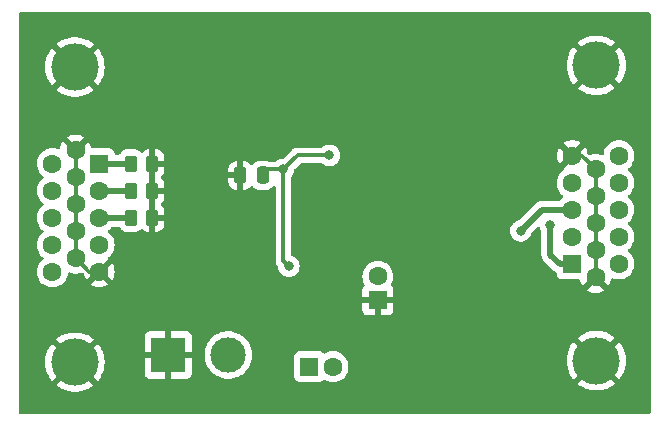
<source format=gbr>
%TF.GenerationSoftware,KiCad,Pcbnew,(6.0.4)*%
%TF.CreationDate,2022-10-01T01:36:45+02:00*%
%TF.ProjectId,RGB-YPbPr-Converter,5247422d-5950-4625-9072-2d436f6e7665,rev?*%
%TF.SameCoordinates,Original*%
%TF.FileFunction,Copper,L2,Bot*%
%TF.FilePolarity,Positive*%
%FSLAX46Y46*%
G04 Gerber Fmt 4.6, Leading zero omitted, Abs format (unit mm)*
G04 Created by KiCad (PCBNEW (6.0.4)) date 2022-10-01 01:36:45*
%MOMM*%
%LPD*%
G01*
G04 APERTURE LIST*
G04 Aperture macros list*
%AMRoundRect*
0 Rectangle with rounded corners*
0 $1 Rounding radius*
0 $2 $3 $4 $5 $6 $7 $8 $9 X,Y pos of 4 corners*
0 Add a 4 corners polygon primitive as box body*
4,1,4,$2,$3,$4,$5,$6,$7,$8,$9,$2,$3,0*
0 Add four circle primitives for the rounded corners*
1,1,$1+$1,$2,$3*
1,1,$1+$1,$4,$5*
1,1,$1+$1,$6,$7*
1,1,$1+$1,$8,$9*
0 Add four rect primitives between the rounded corners*
20,1,$1+$1,$2,$3,$4,$5,0*
20,1,$1+$1,$4,$5,$6,$7,0*
20,1,$1+$1,$6,$7,$8,$9,0*
20,1,$1+$1,$8,$9,$2,$3,0*%
G04 Aperture macros list end*
%TA.AperFunction,ComponentPad*%
%ADD10R,3.000000X3.000000*%
%TD*%
%TA.AperFunction,ComponentPad*%
%ADD11C,3.000000*%
%TD*%
%TA.AperFunction,ComponentPad*%
%ADD12C,4.000000*%
%TD*%
%TA.AperFunction,ComponentPad*%
%ADD13R,1.600000X1.600000*%
%TD*%
%TA.AperFunction,ComponentPad*%
%ADD14C,1.600000*%
%TD*%
%TA.AperFunction,SMDPad,CuDef*%
%ADD15RoundRect,0.250000X-0.262500X-0.450000X0.262500X-0.450000X0.262500X0.450000X-0.262500X0.450000X0*%
%TD*%
%TA.AperFunction,SMDPad,CuDef*%
%ADD16RoundRect,0.250000X0.250000X0.475000X-0.250000X0.475000X-0.250000X-0.475000X0.250000X-0.475000X0*%
%TD*%
%TA.AperFunction,ViaPad*%
%ADD17C,0.800000*%
%TD*%
%TA.AperFunction,Conductor*%
%ADD18C,0.300000*%
%TD*%
%TA.AperFunction,Conductor*%
%ADD19C,0.500000*%
%TD*%
G04 APERTURE END LIST*
D10*
%TO.P,J3,1,Pin_1*%
%TO.N,GND*%
X74660000Y-83000000D03*
D11*
%TO.P,J3,2,Pin_2*%
%TO.N,+5V*%
X79740000Y-83000000D03*
%TD*%
D12*
%TO.P,J2,0*%
%TO.N,GND*%
X110899669Y-83485000D03*
X110899669Y-58485000D03*
D13*
%TO.P,J2,1*%
%TO.N,/Pr*%
X108849669Y-75300000D03*
D14*
%TO.P,J2,2*%
%TO.N,/Y*%
X108849669Y-73010000D03*
%TO.P,J2,3*%
%TO.N,/Pb*%
X108849669Y-70720000D03*
%TO.P,J2,4*%
%TO.N,unconnected-(J2-Pad4)*%
X108849669Y-68430000D03*
%TO.P,J2,5*%
%TO.N,GND*%
X108849669Y-66140000D03*
%TO.P,J2,6*%
X110829669Y-76445000D03*
%TO.P,J2,7*%
X110829669Y-74155000D03*
%TO.P,J2,8*%
X110829669Y-71865000D03*
%TO.P,J2,9*%
X110829669Y-69575000D03*
%TO.P,J2,10*%
X110829669Y-67285000D03*
%TO.P,J2,11*%
%TO.N,unconnected-(J2-Pad11)*%
X112809669Y-75300000D03*
%TO.P,J2,12*%
%TO.N,unconnected-(J2-Pad12)*%
X112809669Y-73010000D03*
%TO.P,J2,13*%
%TO.N,unconnected-(J2-Pad13)*%
X112809669Y-70720000D03*
%TO.P,J2,14*%
%TO.N,unconnected-(J2-Pad14)*%
X112809669Y-68430000D03*
%TO.P,J2,15*%
%TO.N,unconnected-(J2-Pad15)*%
X112809669Y-66140000D03*
%TD*%
D12*
%TO.P,J1,0*%
%TO.N,GND*%
X66750000Y-58615000D03*
X66750000Y-83615000D03*
D13*
%TO.P,J1,1*%
%TO.N,/R*%
X68800000Y-66800000D03*
D14*
%TO.P,J1,2*%
%TO.N,/G*%
X68800000Y-69090000D03*
%TO.P,J1,3*%
%TO.N,/B*%
X68800000Y-71380000D03*
%TO.P,J1,4*%
%TO.N,unconnected-(J1-Pad4)*%
X68800000Y-73670000D03*
%TO.P,J1,5*%
%TO.N,GND*%
X68800000Y-75960000D03*
%TO.P,J1,6*%
X66820000Y-65655000D03*
%TO.P,J1,7*%
X66820000Y-67945000D03*
%TO.P,J1,8*%
X66820000Y-70235000D03*
%TO.P,J1,9*%
X66820000Y-72525000D03*
%TO.P,J1,10*%
X66820000Y-74815000D03*
%TO.P,J1,11*%
%TO.N,unconnected-(J1-Pad11)*%
X64840000Y-66800000D03*
%TO.P,J1,12*%
%TO.N,unconnected-(J1-Pad12)*%
X64840000Y-69090000D03*
%TO.P,J1,13*%
%TO.N,unconnected-(J1-Pad13)*%
X64840000Y-71380000D03*
%TO.P,J1,14*%
%TO.N,unconnected-(J1-Pad14)*%
X64840000Y-73670000D03*
%TO.P,J1,15*%
%TO.N,unconnected-(J1-Pad15)*%
X64840000Y-75960000D03*
%TD*%
D15*
%TO.P,R9,1*%
%TO.N,/R*%
X71487500Y-66800000D03*
%TO.P,R9,2*%
%TO.N,GND*%
X73312500Y-66800000D03*
%TD*%
D13*
%TO.P,C5,1*%
%TO.N,Net-(C5-Pad1)*%
X86600000Y-84000000D03*
D14*
%TO.P,C5,2*%
%TO.N,Net-(C5-Pad2)*%
X88600000Y-84000000D03*
%TD*%
D15*
%TO.P,R8,2*%
%TO.N,GND*%
X73312500Y-69100000D03*
%TO.P,R8,1*%
%TO.N,/G*%
X71487500Y-69100000D03*
%TD*%
D16*
%TO.P,C1,1*%
%TO.N,+5V*%
X82650000Y-67800000D03*
%TO.P,C1,2*%
%TO.N,GND*%
X80750000Y-67800000D03*
%TD*%
D15*
%TO.P,R7,1*%
%TO.N,/B*%
X71487500Y-71400000D03*
%TO.P,R7,2*%
%TO.N,GND*%
X73312500Y-71400000D03*
%TD*%
D13*
%TO.P,C3,1*%
%TO.N,GND*%
X92400000Y-78355113D03*
D14*
%TO.P,C3,2*%
%TO.N,-5V*%
X92400000Y-76355113D03*
%TD*%
D17*
%TO.N,+5V*%
X88300000Y-66100000D03*
X84862500Y-75487500D03*
X84400000Y-67300000D03*
%TO.N,GND*%
X82800000Y-74700000D03*
X72200000Y-76500000D03*
X86300000Y-78100000D03*
X103200000Y-76100000D03*
X103300000Y-63100000D03*
X94700000Y-63200000D03*
X79100000Y-67900000D03*
%TO.N,/Pb*%
X104500000Y-72500000D03*
%TO.N,/Pr*%
X107000000Y-72000000D03*
%TD*%
D18*
%TO.N,+5V*%
X85600000Y-66100000D02*
X88300000Y-66100000D01*
X84400000Y-67300000D02*
X85600000Y-66100000D01*
X84862500Y-75487500D02*
X84400000Y-75025000D01*
X84400000Y-75025000D02*
X84400000Y-67300000D01*
X83150000Y-67300000D02*
X82650000Y-67800000D01*
X84400000Y-67300000D02*
X83150000Y-67300000D01*
%TO.N,GND*%
X110829669Y-67285000D02*
X110829669Y-76445000D01*
X109684669Y-66140000D02*
X110829669Y-67285000D01*
X108849669Y-66140000D02*
X109684669Y-66140000D01*
X67965000Y-75960000D02*
X66820000Y-74815000D01*
X68800000Y-75960000D02*
X67965000Y-75960000D01*
X66820000Y-65655000D02*
X66820000Y-74815000D01*
D19*
%TO.N,/Pb*%
X106280000Y-70720000D02*
X108849669Y-70720000D01*
X104500000Y-72500000D02*
X106280000Y-70720000D01*
%TO.N,/Pr*%
X107800000Y-75300000D02*
X108849669Y-75300000D01*
X107000000Y-74500000D02*
X107800000Y-75300000D01*
X107000000Y-72000000D02*
X107000000Y-74500000D01*
%TO.N,GND*%
X73312500Y-66800000D02*
X73312500Y-71400000D01*
%TO.N,/B*%
X71467500Y-71380000D02*
X71487500Y-71400000D01*
X68800000Y-71380000D02*
X71467500Y-71380000D01*
%TO.N,/G*%
X68800000Y-69090000D02*
X71477500Y-69090000D01*
X71477500Y-69090000D02*
X71487500Y-69100000D01*
%TO.N,/R*%
X68800000Y-66800000D02*
X71487500Y-66800000D01*
%TD*%
%TA.AperFunction,Conductor*%
%TO.N,GND*%
G36*
X115433621Y-54028502D02*
G01*
X115480114Y-54082158D01*
X115491500Y-54134500D01*
X115491500Y-87865500D01*
X115471498Y-87933621D01*
X115417842Y-87980114D01*
X115365500Y-87991500D01*
X62134500Y-87991500D01*
X62066379Y-87971498D01*
X62019886Y-87917842D01*
X62008500Y-87865500D01*
X62008500Y-85560987D01*
X65168721Y-85560987D01*
X65177548Y-85572605D01*
X65400281Y-85734430D01*
X65406961Y-85738670D01*
X65676572Y-85886890D01*
X65683707Y-85890247D01*
X65969770Y-86003508D01*
X65977296Y-86005953D01*
X66275279Y-86082462D01*
X66283050Y-86083945D01*
X66588278Y-86122503D01*
X66596169Y-86123000D01*
X66903831Y-86123000D01*
X66911722Y-86122503D01*
X67216950Y-86083945D01*
X67224721Y-86082462D01*
X67522704Y-86005953D01*
X67530230Y-86003508D01*
X67816293Y-85890247D01*
X67823428Y-85886890D01*
X68093039Y-85738670D01*
X68099719Y-85734430D01*
X68322823Y-85572336D01*
X68331246Y-85561413D01*
X68324342Y-85548552D01*
X68206777Y-85430987D01*
X109318390Y-85430987D01*
X109327217Y-85442605D01*
X109549950Y-85604430D01*
X109556630Y-85608670D01*
X109826241Y-85756890D01*
X109833376Y-85760247D01*
X110119439Y-85873508D01*
X110126965Y-85875953D01*
X110424948Y-85952462D01*
X110432719Y-85953945D01*
X110737947Y-85992503D01*
X110745838Y-85993000D01*
X111053500Y-85993000D01*
X111061391Y-85992503D01*
X111366619Y-85953945D01*
X111374390Y-85952462D01*
X111672373Y-85875953D01*
X111679899Y-85873508D01*
X111965962Y-85760247D01*
X111973097Y-85756890D01*
X112242708Y-85608670D01*
X112249388Y-85604430D01*
X112472492Y-85442336D01*
X112480915Y-85431413D01*
X112474011Y-85418552D01*
X110912481Y-83857022D01*
X110898537Y-83849408D01*
X110896704Y-83849539D01*
X110890089Y-83853790D01*
X109325003Y-85418876D01*
X109318390Y-85430987D01*
X68206777Y-85430987D01*
X66762812Y-83987022D01*
X66748868Y-83979408D01*
X66747035Y-83979539D01*
X66740420Y-83983790D01*
X65175334Y-85548876D01*
X65168721Y-85560987D01*
X62008500Y-85560987D01*
X62008500Y-83618958D01*
X64237290Y-83618958D01*
X64256607Y-83925994D01*
X64257600Y-83933855D01*
X64315246Y-84236046D01*
X64317217Y-84243723D01*
X64412284Y-84536309D01*
X64415199Y-84543672D01*
X64546189Y-84822041D01*
X64550001Y-84828974D01*
X64714851Y-85088736D01*
X64719495Y-85095129D01*
X64794497Y-85185790D01*
X64807014Y-85194245D01*
X64817752Y-85188038D01*
X66377978Y-83627812D01*
X66384356Y-83616132D01*
X67114408Y-83616132D01*
X67114539Y-83617965D01*
X67118790Y-83624580D01*
X68681145Y-85186935D01*
X68694407Y-85194177D01*
X68704512Y-85186988D01*
X68780505Y-85095129D01*
X68785149Y-85088736D01*
X68949999Y-84828974D01*
X68953811Y-84822041D01*
X69084332Y-84544669D01*
X72652001Y-84544669D01*
X72652371Y-84551490D01*
X72657895Y-84602352D01*
X72661521Y-84617604D01*
X72706676Y-84738054D01*
X72715214Y-84753649D01*
X72791715Y-84855724D01*
X72804276Y-84868285D01*
X72906351Y-84944786D01*
X72921946Y-84953324D01*
X73042394Y-84998478D01*
X73057649Y-85002105D01*
X73108514Y-85007631D01*
X73115328Y-85008000D01*
X74387885Y-85008000D01*
X74403124Y-85003525D01*
X74404329Y-85002135D01*
X74406000Y-84994452D01*
X74406000Y-84989884D01*
X74914000Y-84989884D01*
X74918475Y-85005123D01*
X74919865Y-85006328D01*
X74927548Y-85007999D01*
X76204669Y-85007999D01*
X76211490Y-85007629D01*
X76262352Y-85002105D01*
X76277604Y-84998479D01*
X76398054Y-84953324D01*
X76413649Y-84944786D01*
X76515724Y-84868285D01*
X76528285Y-84855724D01*
X76604786Y-84753649D01*
X76613324Y-84738054D01*
X76658478Y-84617606D01*
X76662105Y-84602351D01*
X76667631Y-84551486D01*
X76668000Y-84544672D01*
X76668000Y-83272115D01*
X76663525Y-83256876D01*
X76662135Y-83255671D01*
X76654452Y-83254000D01*
X74932115Y-83254000D01*
X74916876Y-83258475D01*
X74915671Y-83259865D01*
X74914000Y-83267548D01*
X74914000Y-84989884D01*
X74406000Y-84989884D01*
X74406000Y-83272115D01*
X74401525Y-83256876D01*
X74400135Y-83255671D01*
X74392452Y-83254000D01*
X72670116Y-83254000D01*
X72654877Y-83258475D01*
X72653672Y-83259865D01*
X72652001Y-83267548D01*
X72652001Y-84544669D01*
X69084332Y-84544669D01*
X69084801Y-84543672D01*
X69087716Y-84536309D01*
X69182783Y-84243723D01*
X69184754Y-84236046D01*
X69242400Y-83933855D01*
X69243393Y-83925994D01*
X69262710Y-83618958D01*
X69262710Y-83611042D01*
X69243393Y-83304006D01*
X69242400Y-83296145D01*
X69184754Y-82993954D01*
X69182783Y-82986277D01*
X69180392Y-82978918D01*
X77726917Y-82978918D01*
X77742682Y-83252320D01*
X77743507Y-83256525D01*
X77743508Y-83256533D01*
X77751280Y-83296145D01*
X77795405Y-83521053D01*
X77796792Y-83525103D01*
X77796793Y-83525108D01*
X77828925Y-83618958D01*
X77884112Y-83780144D01*
X77911217Y-83834036D01*
X77957467Y-83925994D01*
X78007160Y-84024799D01*
X78009586Y-84028328D01*
X78009589Y-84028334D01*
X78068276Y-84113723D01*
X78162274Y-84250490D01*
X78165161Y-84253663D01*
X78165162Y-84253664D01*
X78310757Y-84413672D01*
X78346582Y-84453043D01*
X78556675Y-84628707D01*
X78560316Y-84630991D01*
X78785024Y-84771951D01*
X78785028Y-84771953D01*
X78788664Y-84774234D01*
X78856544Y-84804883D01*
X79034345Y-84885164D01*
X79034349Y-84885166D01*
X79038257Y-84886930D01*
X79042377Y-84888150D01*
X79042376Y-84888150D01*
X79296723Y-84963491D01*
X79296727Y-84963492D01*
X79300836Y-84964709D01*
X79305070Y-84965357D01*
X79305075Y-84965358D01*
X79567298Y-85005483D01*
X79567300Y-85005483D01*
X79571540Y-85006132D01*
X79710912Y-85008322D01*
X79841071Y-85010367D01*
X79841077Y-85010367D01*
X79845362Y-85010434D01*
X80117235Y-84977534D01*
X80382127Y-84908041D01*
X80386087Y-84906401D01*
X80386092Y-84906399D01*
X80526755Y-84848134D01*
X85291500Y-84848134D01*
X85298255Y-84910316D01*
X85349385Y-85046705D01*
X85436739Y-85163261D01*
X85553295Y-85250615D01*
X85689684Y-85301745D01*
X85751866Y-85308500D01*
X87448134Y-85308500D01*
X87510316Y-85301745D01*
X87646705Y-85250615D01*
X87763261Y-85163261D01*
X87768642Y-85156081D01*
X87774992Y-85149731D01*
X87777232Y-85151971D01*
X87821565Y-85118829D01*
X87892384Y-85113810D01*
X87933790Y-85131949D01*
X87933981Y-85131617D01*
X87936964Y-85133339D01*
X87937797Y-85133704D01*
X87943251Y-85137523D01*
X87948233Y-85139846D01*
X87948238Y-85139849D01*
X88145775Y-85231961D01*
X88150757Y-85234284D01*
X88156065Y-85235706D01*
X88156067Y-85235707D01*
X88366598Y-85292119D01*
X88366600Y-85292119D01*
X88371913Y-85293543D01*
X88600000Y-85313498D01*
X88828087Y-85293543D01*
X88833400Y-85292119D01*
X88833402Y-85292119D01*
X89043933Y-85235707D01*
X89043935Y-85235706D01*
X89049243Y-85234284D01*
X89054225Y-85231961D01*
X89251762Y-85139849D01*
X89251767Y-85139846D01*
X89256749Y-85137523D01*
X89371840Y-85056935D01*
X89439789Y-85009357D01*
X89439792Y-85009355D01*
X89444300Y-85006198D01*
X89606198Y-84844300D01*
X89616930Y-84828974D01*
X89680592Y-84738054D01*
X89737523Y-84656749D01*
X89739846Y-84651767D01*
X89739849Y-84651762D01*
X89831961Y-84454225D01*
X89831961Y-84454224D01*
X89834284Y-84449243D01*
X89891411Y-84236046D01*
X89892119Y-84233402D01*
X89892119Y-84233400D01*
X89893543Y-84228087D01*
X89913498Y-84000000D01*
X89893543Y-83771913D01*
X89852559Y-83618958D01*
X89835707Y-83556067D01*
X89835706Y-83556065D01*
X89834284Y-83550757D01*
X89809596Y-83497812D01*
X89805467Y-83488958D01*
X108386959Y-83488958D01*
X108406276Y-83795994D01*
X108407269Y-83803855D01*
X108464915Y-84106046D01*
X108466886Y-84113723D01*
X108561953Y-84406309D01*
X108564868Y-84413672D01*
X108695858Y-84692041D01*
X108699670Y-84698974D01*
X108864520Y-84958736D01*
X108869164Y-84965129D01*
X108944166Y-85055790D01*
X108956683Y-85064245D01*
X108967421Y-85058038D01*
X110527647Y-83497812D01*
X110534025Y-83486132D01*
X111264077Y-83486132D01*
X111264208Y-83487965D01*
X111268459Y-83494580D01*
X112830814Y-85056935D01*
X112844076Y-85064177D01*
X112854181Y-85056988D01*
X112930174Y-84965129D01*
X112934818Y-84958736D01*
X113099668Y-84698974D01*
X113103480Y-84692041D01*
X113234470Y-84413672D01*
X113237385Y-84406309D01*
X113332452Y-84113723D01*
X113334423Y-84106046D01*
X113392069Y-83803855D01*
X113393062Y-83795994D01*
X113412379Y-83488958D01*
X113412379Y-83481042D01*
X113393062Y-83174006D01*
X113392069Y-83166145D01*
X113334423Y-82863954D01*
X113332452Y-82856277D01*
X113237385Y-82563691D01*
X113234470Y-82556328D01*
X113103480Y-82277959D01*
X113099668Y-82271026D01*
X112934818Y-82011264D01*
X112930174Y-82004871D01*
X112855172Y-81914210D01*
X112842655Y-81905755D01*
X112831917Y-81911962D01*
X111271691Y-83472188D01*
X111264077Y-83486132D01*
X110534025Y-83486132D01*
X110535261Y-83483868D01*
X110535130Y-83482035D01*
X110530879Y-83475420D01*
X108968524Y-81913065D01*
X108955262Y-81905823D01*
X108945157Y-81913012D01*
X108869164Y-82004871D01*
X108864520Y-82011264D01*
X108699670Y-82271026D01*
X108695858Y-82277959D01*
X108564868Y-82556328D01*
X108561953Y-82563691D01*
X108466886Y-82856277D01*
X108464915Y-82863954D01*
X108407269Y-83166145D01*
X108406276Y-83174006D01*
X108386959Y-83481042D01*
X108386959Y-83488958D01*
X89805467Y-83488958D01*
X89739849Y-83348238D01*
X89739846Y-83348233D01*
X89737523Y-83343251D01*
X89606198Y-83155700D01*
X89444300Y-82993802D01*
X89439792Y-82990645D01*
X89439789Y-82990643D01*
X89361611Y-82935902D01*
X89256749Y-82862477D01*
X89251767Y-82860154D01*
X89251762Y-82860151D01*
X89054225Y-82768039D01*
X89054224Y-82768039D01*
X89049243Y-82765716D01*
X89043935Y-82764294D01*
X89043933Y-82764293D01*
X88833402Y-82707881D01*
X88833400Y-82707881D01*
X88828087Y-82706457D01*
X88600000Y-82686502D01*
X88371913Y-82706457D01*
X88366600Y-82707881D01*
X88366598Y-82707881D01*
X88156067Y-82764293D01*
X88156065Y-82764294D01*
X88150757Y-82765716D01*
X88145776Y-82768039D01*
X88145775Y-82768039D01*
X87948238Y-82860151D01*
X87948233Y-82860154D01*
X87943251Y-82862477D01*
X87937798Y-82866295D01*
X87937314Y-82866459D01*
X87933981Y-82868383D01*
X87933594Y-82867713D01*
X87870526Y-82888988D01*
X87801665Y-82871707D01*
X87776263Y-82848998D01*
X87774992Y-82850269D01*
X87768642Y-82843919D01*
X87763261Y-82836739D01*
X87646705Y-82749385D01*
X87510316Y-82698255D01*
X87448134Y-82691500D01*
X85751866Y-82691500D01*
X85689684Y-82698255D01*
X85553295Y-82749385D01*
X85436739Y-82836739D01*
X85349385Y-82953295D01*
X85298255Y-83089684D01*
X85291500Y-83151866D01*
X85291500Y-84848134D01*
X80526755Y-84848134D01*
X80536011Y-84844300D01*
X80635136Y-84803241D01*
X80753359Y-84734157D01*
X80867879Y-84667237D01*
X80867880Y-84667236D01*
X80871582Y-84665073D01*
X81087089Y-84496094D01*
X81128809Y-84453043D01*
X81274686Y-84302509D01*
X81277669Y-84299431D01*
X81280202Y-84295983D01*
X81280206Y-84295978D01*
X81437257Y-84082178D01*
X81439795Y-84078723D01*
X81467154Y-84028334D01*
X81568418Y-83841830D01*
X81568419Y-83841828D01*
X81570468Y-83838054D01*
X81655873Y-83612035D01*
X81665751Y-83585895D01*
X81665752Y-83585891D01*
X81667269Y-83581877D01*
X81720779Y-83348238D01*
X81727449Y-83319117D01*
X81727450Y-83319113D01*
X81728407Y-83314933D01*
X81729383Y-83304006D01*
X81752531Y-83044627D01*
X81752531Y-83044625D01*
X81752751Y-83042161D01*
X81753193Y-83000000D01*
X81752781Y-82993954D01*
X81734859Y-82731055D01*
X81734858Y-82731049D01*
X81734567Y-82726778D01*
X81730260Y-82705978D01*
X81679901Y-82462809D01*
X81679032Y-82458612D01*
X81587617Y-82200465D01*
X81462013Y-81957112D01*
X81452040Y-81942921D01*
X81307008Y-81736562D01*
X81304545Y-81733057D01*
X81135483Y-81551124D01*
X81123833Y-81538587D01*
X109318423Y-81538587D01*
X109325327Y-81551448D01*
X110886857Y-83112978D01*
X110900801Y-83120592D01*
X110902634Y-83120461D01*
X110909249Y-83116210D01*
X112474335Y-81551124D01*
X112480948Y-81539013D01*
X112472121Y-81527395D01*
X112249388Y-81365570D01*
X112242708Y-81361330D01*
X111973097Y-81213110D01*
X111965962Y-81209753D01*
X111679899Y-81096492D01*
X111672373Y-81094047D01*
X111374390Y-81017538D01*
X111366619Y-81016055D01*
X111061391Y-80977497D01*
X111053500Y-80977000D01*
X110745838Y-80977000D01*
X110737947Y-80977497D01*
X110432719Y-81016055D01*
X110424948Y-81017538D01*
X110126965Y-81094047D01*
X110119439Y-81096492D01*
X109833376Y-81209753D01*
X109826241Y-81213110D01*
X109556630Y-81361330D01*
X109549950Y-81365570D01*
X109326846Y-81527664D01*
X109318423Y-81538587D01*
X81123833Y-81538587D01*
X81121046Y-81535588D01*
X81121043Y-81535585D01*
X81118125Y-81532445D01*
X81114810Y-81529731D01*
X81114806Y-81529728D01*
X80909523Y-81361706D01*
X80906205Y-81358990D01*
X80672704Y-81215901D01*
X80658699Y-81209753D01*
X80425873Y-81107549D01*
X80425869Y-81107548D01*
X80421945Y-81105825D01*
X80158566Y-81030800D01*
X80154324Y-81030196D01*
X80154318Y-81030195D01*
X79927366Y-80997895D01*
X79887443Y-80992213D01*
X79743589Y-80991460D01*
X79617877Y-80990802D01*
X79617871Y-80990802D01*
X79613591Y-80990780D01*
X79609347Y-80991339D01*
X79609343Y-80991339D01*
X79501416Y-81005548D01*
X79342078Y-81026525D01*
X79337938Y-81027658D01*
X79337936Y-81027658D01*
X79268418Y-81046676D01*
X79077928Y-81098788D01*
X79073980Y-81100472D01*
X78829982Y-81204546D01*
X78829978Y-81204548D01*
X78826030Y-81206232D01*
X78792178Y-81226492D01*
X78594725Y-81344664D01*
X78594721Y-81344667D01*
X78591043Y-81346868D01*
X78377318Y-81518094D01*
X78188808Y-81716742D01*
X78029002Y-81939136D01*
X77900857Y-82181161D01*
X77899385Y-82185184D01*
X77899383Y-82185188D01*
X77820397Y-82401026D01*
X77806743Y-82438337D01*
X77748404Y-82705907D01*
X77726917Y-82978918D01*
X69180392Y-82978918D01*
X69098826Y-82727885D01*
X72652000Y-82727885D01*
X72656475Y-82743124D01*
X72657865Y-82744329D01*
X72665548Y-82746000D01*
X74387885Y-82746000D01*
X74403124Y-82741525D01*
X74404329Y-82740135D01*
X74406000Y-82732452D01*
X74406000Y-82727885D01*
X74914000Y-82727885D01*
X74918475Y-82743124D01*
X74919865Y-82744329D01*
X74927548Y-82746000D01*
X76649884Y-82746000D01*
X76665123Y-82741525D01*
X76666328Y-82740135D01*
X76667999Y-82732452D01*
X76667999Y-81455331D01*
X76667629Y-81448510D01*
X76662105Y-81397648D01*
X76658479Y-81382396D01*
X76613324Y-81261946D01*
X76604786Y-81246351D01*
X76528285Y-81144276D01*
X76515724Y-81131715D01*
X76413649Y-81055214D01*
X76398054Y-81046676D01*
X76277606Y-81001522D01*
X76262351Y-80997895D01*
X76211486Y-80992369D01*
X76204672Y-80992000D01*
X74932115Y-80992000D01*
X74916876Y-80996475D01*
X74915671Y-80997865D01*
X74914000Y-81005548D01*
X74914000Y-82727885D01*
X74406000Y-82727885D01*
X74406000Y-81010116D01*
X74401525Y-80994877D01*
X74400135Y-80993672D01*
X74392452Y-80992001D01*
X73115331Y-80992001D01*
X73108510Y-80992371D01*
X73057648Y-80997895D01*
X73042396Y-81001521D01*
X72921946Y-81046676D01*
X72906351Y-81055214D01*
X72804276Y-81131715D01*
X72791715Y-81144276D01*
X72715214Y-81246351D01*
X72706676Y-81261946D01*
X72661522Y-81382394D01*
X72657895Y-81397649D01*
X72652369Y-81448514D01*
X72652000Y-81455328D01*
X72652000Y-82727885D01*
X69098826Y-82727885D01*
X69087716Y-82693691D01*
X69084801Y-82686328D01*
X68953811Y-82407959D01*
X68949999Y-82401026D01*
X68785149Y-82141264D01*
X68780505Y-82134871D01*
X68705503Y-82044210D01*
X68692986Y-82035755D01*
X68682248Y-82041962D01*
X67122022Y-83602188D01*
X67114408Y-83616132D01*
X66384356Y-83616132D01*
X66385592Y-83613868D01*
X66385461Y-83612035D01*
X66381210Y-83605420D01*
X64818855Y-82043065D01*
X64805593Y-82035823D01*
X64795488Y-82043012D01*
X64719495Y-82134871D01*
X64714851Y-82141264D01*
X64550001Y-82401026D01*
X64546189Y-82407959D01*
X64415199Y-82686328D01*
X64412284Y-82693691D01*
X64317217Y-82986277D01*
X64315246Y-82993954D01*
X64257600Y-83296145D01*
X64256607Y-83304006D01*
X64237290Y-83611042D01*
X64237290Y-83618958D01*
X62008500Y-83618958D01*
X62008500Y-81668587D01*
X65168754Y-81668587D01*
X65175658Y-81681448D01*
X66737188Y-83242978D01*
X66751132Y-83250592D01*
X66752965Y-83250461D01*
X66759580Y-83246210D01*
X68324666Y-81681124D01*
X68331279Y-81669013D01*
X68322452Y-81657395D01*
X68099719Y-81495570D01*
X68093039Y-81491330D01*
X67823428Y-81343110D01*
X67816293Y-81339753D01*
X67530230Y-81226492D01*
X67522704Y-81224047D01*
X67224721Y-81147538D01*
X67216950Y-81146055D01*
X66911722Y-81107497D01*
X66903831Y-81107000D01*
X66596169Y-81107000D01*
X66588278Y-81107497D01*
X66283050Y-81146055D01*
X66275279Y-81147538D01*
X65977296Y-81224047D01*
X65969770Y-81226492D01*
X65683707Y-81339753D01*
X65676572Y-81343110D01*
X65406961Y-81491330D01*
X65400281Y-81495570D01*
X65177177Y-81657664D01*
X65168754Y-81668587D01*
X62008500Y-81668587D01*
X62008500Y-79199782D01*
X91092001Y-79199782D01*
X91092371Y-79206603D01*
X91097895Y-79257465D01*
X91101521Y-79272717D01*
X91146676Y-79393167D01*
X91155214Y-79408762D01*
X91231715Y-79510837D01*
X91244276Y-79523398D01*
X91346351Y-79599899D01*
X91361946Y-79608437D01*
X91482394Y-79653591D01*
X91497649Y-79657218D01*
X91548514Y-79662744D01*
X91555328Y-79663113D01*
X92127885Y-79663113D01*
X92143124Y-79658638D01*
X92144329Y-79657248D01*
X92146000Y-79649565D01*
X92146000Y-79644997D01*
X92654000Y-79644997D01*
X92658475Y-79660236D01*
X92659865Y-79661441D01*
X92667548Y-79663112D01*
X93244669Y-79663112D01*
X93251490Y-79662742D01*
X93302352Y-79657218D01*
X93317604Y-79653592D01*
X93438054Y-79608437D01*
X93453649Y-79599899D01*
X93555724Y-79523398D01*
X93568285Y-79510837D01*
X93644786Y-79408762D01*
X93653324Y-79393167D01*
X93698478Y-79272719D01*
X93702105Y-79257464D01*
X93707631Y-79206599D01*
X93708000Y-79199785D01*
X93708000Y-78627228D01*
X93703525Y-78611989D01*
X93702135Y-78610784D01*
X93694452Y-78609113D01*
X92672115Y-78609113D01*
X92656876Y-78613588D01*
X92655671Y-78614978D01*
X92654000Y-78622661D01*
X92654000Y-79644997D01*
X92146000Y-79644997D01*
X92146000Y-78627228D01*
X92141525Y-78611989D01*
X92140135Y-78610784D01*
X92132452Y-78609113D01*
X91110116Y-78609113D01*
X91094877Y-78613588D01*
X91093672Y-78614978D01*
X91092001Y-78622661D01*
X91092001Y-79199782D01*
X62008500Y-79199782D01*
X62008500Y-75960000D01*
X63526502Y-75960000D01*
X63546457Y-76188087D01*
X63547881Y-76193400D01*
X63547881Y-76193402D01*
X63602168Y-76396000D01*
X63605716Y-76409243D01*
X63608039Y-76414224D01*
X63608039Y-76414225D01*
X63700151Y-76611762D01*
X63700154Y-76611767D01*
X63702477Y-76616749D01*
X63833802Y-76804300D01*
X63995700Y-76966198D01*
X64000208Y-76969355D01*
X64000211Y-76969357D01*
X64060915Y-77011862D01*
X64183251Y-77097523D01*
X64188233Y-77099846D01*
X64188238Y-77099849D01*
X64384765Y-77191490D01*
X64390757Y-77194284D01*
X64396065Y-77195706D01*
X64396067Y-77195707D01*
X64606598Y-77252119D01*
X64606600Y-77252119D01*
X64611913Y-77253543D01*
X64840000Y-77273498D01*
X65068087Y-77253543D01*
X65073400Y-77252119D01*
X65073402Y-77252119D01*
X65283933Y-77195707D01*
X65283935Y-77195706D01*
X65289243Y-77194284D01*
X65295235Y-77191490D01*
X65491762Y-77099849D01*
X65491767Y-77099846D01*
X65496749Y-77097523D01*
X65570243Y-77046062D01*
X68078493Y-77046062D01*
X68087789Y-77058077D01*
X68138994Y-77093931D01*
X68148489Y-77099414D01*
X68345947Y-77191490D01*
X68356239Y-77195236D01*
X68566688Y-77251625D01*
X68577481Y-77253528D01*
X68794525Y-77272517D01*
X68805475Y-77272517D01*
X69022519Y-77253528D01*
X69033312Y-77251625D01*
X69243761Y-77195236D01*
X69254053Y-77191490D01*
X69451511Y-77099414D01*
X69461006Y-77093931D01*
X69513048Y-77057491D01*
X69521424Y-77047012D01*
X69514356Y-77033566D01*
X68812812Y-76332022D01*
X68798868Y-76324408D01*
X68797035Y-76324539D01*
X68790420Y-76328790D01*
X68084923Y-77034287D01*
X68078493Y-77046062D01*
X65570243Y-77046062D01*
X65619085Y-77011862D01*
X65679789Y-76969357D01*
X65679792Y-76969355D01*
X65684300Y-76966198D01*
X65846198Y-76804300D01*
X65977523Y-76616749D01*
X65979846Y-76611767D01*
X65979849Y-76611762D01*
X66071961Y-76414225D01*
X66071961Y-76414224D01*
X66074284Y-76409243D01*
X66077833Y-76396000D01*
X66132119Y-76193402D01*
X66132119Y-76193400D01*
X66133543Y-76188087D01*
X66138872Y-76127178D01*
X66164736Y-76061060D01*
X66222239Y-76019420D01*
X66293127Y-76015480D01*
X66317643Y-76023965D01*
X66365947Y-76046490D01*
X66376239Y-76050236D01*
X66586688Y-76106625D01*
X66597481Y-76108528D01*
X66814525Y-76127517D01*
X66825475Y-76127517D01*
X67042519Y-76108528D01*
X67053312Y-76106625D01*
X67263761Y-76050236D01*
X67274058Y-76046488D01*
X67322838Y-76023741D01*
X67393030Y-76013079D01*
X67457843Y-76042058D01*
X67496699Y-76101478D01*
X67501609Y-76126953D01*
X67506470Y-76182509D01*
X67508375Y-76193312D01*
X67564764Y-76403761D01*
X67568510Y-76414053D01*
X67660586Y-76611511D01*
X67666069Y-76621006D01*
X67702509Y-76673048D01*
X67712988Y-76681424D01*
X67726434Y-76674356D01*
X68439658Y-75961132D01*
X69164408Y-75961132D01*
X69164539Y-75962965D01*
X69168790Y-75969580D01*
X69874287Y-76675077D01*
X69886062Y-76681507D01*
X69898077Y-76672211D01*
X69933931Y-76621006D01*
X69939414Y-76611511D01*
X70031490Y-76414053D01*
X70035236Y-76403761D01*
X70091625Y-76193312D01*
X70093528Y-76182519D01*
X70112517Y-75965475D01*
X70112517Y-75954525D01*
X70093528Y-75737481D01*
X70091625Y-75726688D01*
X70035236Y-75516239D01*
X70031490Y-75505947D01*
X69939414Y-75308489D01*
X69933931Y-75298994D01*
X69897491Y-75246952D01*
X69887012Y-75238576D01*
X69873566Y-75245644D01*
X69172022Y-75947188D01*
X69164408Y-75961132D01*
X68439658Y-75961132D01*
X69515077Y-74885713D01*
X69522691Y-74871769D01*
X69520266Y-74837858D01*
X69524113Y-74837583D01*
X69527886Y-74784834D01*
X69573671Y-74725653D01*
X69639789Y-74679357D01*
X69639792Y-74679355D01*
X69644300Y-74676198D01*
X69806198Y-74514300D01*
X69937523Y-74326749D01*
X69939846Y-74321767D01*
X69939849Y-74321762D01*
X70031961Y-74124225D01*
X70031961Y-74124224D01*
X70034284Y-74119243D01*
X70044074Y-74082709D01*
X70092119Y-73903402D01*
X70092119Y-73903400D01*
X70093543Y-73898087D01*
X70113498Y-73670000D01*
X70093543Y-73441913D01*
X70053137Y-73291118D01*
X70035707Y-73226067D01*
X70035706Y-73226065D01*
X70034284Y-73220757D01*
X69950860Y-73041852D01*
X69939849Y-73018238D01*
X69939846Y-73018233D01*
X69937523Y-73013251D01*
X69806198Y-72825700D01*
X69644300Y-72663802D01*
X69639792Y-72660645D01*
X69639789Y-72660643D01*
X69593474Y-72628213D01*
X69549146Y-72572756D01*
X69541837Y-72502136D01*
X69573868Y-72438776D01*
X69593474Y-72421787D01*
X69639789Y-72389357D01*
X69639792Y-72389355D01*
X69644300Y-72386198D01*
X69806198Y-72224300D01*
X69828655Y-72192229D01*
X69884110Y-72147901D01*
X69931867Y-72138500D01*
X70441313Y-72138500D01*
X70509434Y-72158502D01*
X70548457Y-72198197D01*
X70626522Y-72324348D01*
X70751697Y-72449305D01*
X70757927Y-72453145D01*
X70757928Y-72453146D01*
X70895288Y-72537816D01*
X70902262Y-72542115D01*
X70982005Y-72568564D01*
X71063611Y-72595632D01*
X71063613Y-72595632D01*
X71070139Y-72597797D01*
X71076975Y-72598497D01*
X71076978Y-72598498D01*
X71120031Y-72602909D01*
X71174600Y-72608500D01*
X71800400Y-72608500D01*
X71803646Y-72608163D01*
X71803650Y-72608163D01*
X71899308Y-72598238D01*
X71899312Y-72598237D01*
X71906166Y-72597526D01*
X71912702Y-72595345D01*
X71912704Y-72595345D01*
X72055021Y-72547864D01*
X72073946Y-72541550D01*
X72224348Y-72448478D01*
X72311137Y-72361537D01*
X72373421Y-72327458D01*
X72444241Y-72332461D01*
X72489329Y-72361382D01*
X72571829Y-72443739D01*
X72583240Y-72452751D01*
X72721243Y-72537816D01*
X72734424Y-72543963D01*
X72888710Y-72595138D01*
X72902086Y-72598005D01*
X72996438Y-72607672D01*
X73002854Y-72608000D01*
X73040385Y-72608000D01*
X73055624Y-72603525D01*
X73056829Y-72602135D01*
X73058500Y-72594452D01*
X73058500Y-72589884D01*
X73566500Y-72589884D01*
X73570975Y-72605123D01*
X73572365Y-72606328D01*
X73580048Y-72607999D01*
X73622095Y-72607999D01*
X73628614Y-72607662D01*
X73724206Y-72597743D01*
X73737600Y-72594851D01*
X73891784Y-72543412D01*
X73904962Y-72537239D01*
X74042807Y-72451937D01*
X74054208Y-72442901D01*
X74168739Y-72328171D01*
X74177751Y-72316760D01*
X74262816Y-72178757D01*
X74268963Y-72165576D01*
X74320138Y-72011290D01*
X74323005Y-71997914D01*
X74332672Y-71903562D01*
X74333000Y-71897146D01*
X74333000Y-71672115D01*
X74328525Y-71656876D01*
X74327135Y-71655671D01*
X74319452Y-71654000D01*
X73584615Y-71654000D01*
X73569376Y-71658475D01*
X73568171Y-71659865D01*
X73566500Y-71667548D01*
X73566500Y-72589884D01*
X73058500Y-72589884D01*
X73058500Y-71127885D01*
X73566500Y-71127885D01*
X73570975Y-71143124D01*
X73572365Y-71144329D01*
X73580048Y-71146000D01*
X74314884Y-71146000D01*
X74330123Y-71141525D01*
X74331328Y-71140135D01*
X74332999Y-71132452D01*
X74332999Y-70902905D01*
X74332662Y-70896386D01*
X74322743Y-70800794D01*
X74319851Y-70787400D01*
X74268412Y-70633216D01*
X74262239Y-70620038D01*
X74176937Y-70482193D01*
X74167901Y-70470792D01*
X74053170Y-70356260D01*
X74043833Y-70348886D01*
X74002771Y-70290969D01*
X73999539Y-70220046D01*
X74035165Y-70158635D01*
X74043665Y-70151257D01*
X74054206Y-70142903D01*
X74168739Y-70028171D01*
X74177751Y-70016760D01*
X74262816Y-69878757D01*
X74268963Y-69865576D01*
X74320138Y-69711290D01*
X74323005Y-69697914D01*
X74332672Y-69603562D01*
X74333000Y-69597146D01*
X74333000Y-69372115D01*
X74328525Y-69356876D01*
X74327135Y-69355671D01*
X74319452Y-69354000D01*
X73584615Y-69354000D01*
X73569376Y-69358475D01*
X73568171Y-69359865D01*
X73566500Y-69367548D01*
X73566500Y-71127885D01*
X73058500Y-71127885D01*
X73058500Y-68827885D01*
X73566500Y-68827885D01*
X73570975Y-68843124D01*
X73572365Y-68844329D01*
X73580048Y-68846000D01*
X74314884Y-68846000D01*
X74330123Y-68841525D01*
X74331328Y-68840135D01*
X74332999Y-68832452D01*
X74332999Y-68602905D01*
X74332662Y-68596386D01*
X74322743Y-68500794D01*
X74319851Y-68487400D01*
X74268412Y-68333216D01*
X74263203Y-68322095D01*
X79742001Y-68322095D01*
X79742338Y-68328614D01*
X79752257Y-68424206D01*
X79755149Y-68437600D01*
X79806588Y-68591784D01*
X79812761Y-68604962D01*
X79898063Y-68742807D01*
X79907099Y-68754208D01*
X80021829Y-68868739D01*
X80033240Y-68877751D01*
X80171243Y-68962816D01*
X80184424Y-68968963D01*
X80338710Y-69020138D01*
X80352086Y-69023005D01*
X80446438Y-69032672D01*
X80452854Y-69033000D01*
X80477885Y-69033000D01*
X80493124Y-69028525D01*
X80494329Y-69027135D01*
X80496000Y-69019452D01*
X80496000Y-69014884D01*
X81004000Y-69014884D01*
X81008475Y-69030123D01*
X81009865Y-69031328D01*
X81017548Y-69032999D01*
X81047095Y-69032999D01*
X81053614Y-69032662D01*
X81149206Y-69022743D01*
X81162600Y-69019851D01*
X81316784Y-68968412D01*
X81329962Y-68962239D01*
X81467807Y-68876937D01*
X81479208Y-68867901D01*
X81593738Y-68753172D01*
X81600794Y-68744238D01*
X81658712Y-68703177D01*
X81729635Y-68699947D01*
X81791046Y-68735574D01*
X81797846Y-68743407D01*
X81801522Y-68749348D01*
X81926697Y-68874305D01*
X81932927Y-68878145D01*
X81932928Y-68878146D01*
X82070288Y-68962816D01*
X82077262Y-68967115D01*
X82157005Y-68993564D01*
X82238611Y-69020632D01*
X82238613Y-69020632D01*
X82245139Y-69022797D01*
X82251975Y-69023497D01*
X82251978Y-69023498D01*
X82295031Y-69027909D01*
X82349600Y-69033500D01*
X82950400Y-69033500D01*
X82953646Y-69033163D01*
X82953650Y-69033163D01*
X83049308Y-69023238D01*
X83049312Y-69023237D01*
X83056166Y-69022526D01*
X83062702Y-69020345D01*
X83062704Y-69020345D01*
X83194806Y-68976272D01*
X83223946Y-68966550D01*
X83374348Y-68873478D01*
X83499305Y-68748303D01*
X83503148Y-68742069D01*
X83508241Y-68733807D01*
X83561013Y-68686314D01*
X83631085Y-68674892D01*
X83696208Y-68703166D01*
X83735708Y-68762160D01*
X83741500Y-68799924D01*
X83741500Y-74942944D01*
X83740941Y-74954800D01*
X83739212Y-74962537D01*
X83739777Y-74980500D01*
X83741438Y-75033369D01*
X83741500Y-75037327D01*
X83741500Y-75066432D01*
X83742056Y-75070832D01*
X83742988Y-75082664D01*
X83744438Y-75128831D01*
X83746650Y-75136444D01*
X83746650Y-75136445D01*
X83750419Y-75149416D01*
X83754430Y-75168782D01*
X83757118Y-75190064D01*
X83760034Y-75197429D01*
X83760035Y-75197433D01*
X83774126Y-75233021D01*
X83777965Y-75244231D01*
X83790855Y-75288600D01*
X83801775Y-75307065D01*
X83810466Y-75324805D01*
X83818365Y-75344756D01*
X83845516Y-75382126D01*
X83852033Y-75392048D01*
X83871507Y-75424977D01*
X83871510Y-75424981D01*
X83875547Y-75431807D01*
X83890711Y-75446971D01*
X83903551Y-75462004D01*
X83916159Y-75479357D01*
X83922270Y-75484412D01*
X83922971Y-75485159D01*
X83955023Y-75548508D01*
X83956430Y-75558230D01*
X83968958Y-75677428D01*
X84027973Y-75859056D01*
X84031276Y-75864778D01*
X84031277Y-75864779D01*
X84034257Y-75869940D01*
X84123460Y-76024444D01*
X84127878Y-76029351D01*
X84127879Y-76029352D01*
X84246825Y-76161455D01*
X84251247Y-76166366D01*
X84405748Y-76278618D01*
X84411776Y-76281302D01*
X84411778Y-76281303D01*
X84565262Y-76349638D01*
X84580212Y-76356294D01*
X84673613Y-76376147D01*
X84760556Y-76394628D01*
X84760561Y-76394628D01*
X84767013Y-76396000D01*
X84957987Y-76396000D01*
X84964439Y-76394628D01*
X84964444Y-76394628D01*
X85051387Y-76376147D01*
X85144788Y-76356294D01*
X85147441Y-76355113D01*
X91086502Y-76355113D01*
X91106457Y-76583200D01*
X91107881Y-76588513D01*
X91107881Y-76588515D01*
X91131076Y-76675077D01*
X91165716Y-76804356D01*
X91168039Y-76809337D01*
X91168039Y-76809338D01*
X91260151Y-77006875D01*
X91260154Y-77006880D01*
X91262477Y-77011862D01*
X91265637Y-77016375D01*
X91266590Y-77017737D01*
X91266825Y-77018433D01*
X91268383Y-77021132D01*
X91267840Y-77021445D01*
X91289274Y-77085013D01*
X91271985Y-77153872D01*
X91249344Y-77179194D01*
X91250627Y-77180477D01*
X91231715Y-77199389D01*
X91155214Y-77301464D01*
X91146676Y-77317059D01*
X91101522Y-77437507D01*
X91097895Y-77452762D01*
X91092369Y-77503627D01*
X91092000Y-77510441D01*
X91092000Y-78082998D01*
X91096475Y-78098237D01*
X91097865Y-78099442D01*
X91105548Y-78101113D01*
X93689884Y-78101113D01*
X93705123Y-78096638D01*
X93706328Y-78095248D01*
X93707999Y-78087565D01*
X93707999Y-77531062D01*
X110108162Y-77531062D01*
X110117458Y-77543077D01*
X110168663Y-77578931D01*
X110178158Y-77584414D01*
X110375616Y-77676490D01*
X110385908Y-77680236D01*
X110596357Y-77736625D01*
X110607150Y-77738528D01*
X110824194Y-77757517D01*
X110835144Y-77757517D01*
X111052188Y-77738528D01*
X111062981Y-77736625D01*
X111273430Y-77680236D01*
X111283722Y-77676490D01*
X111481180Y-77584414D01*
X111490675Y-77578931D01*
X111542717Y-77542491D01*
X111551093Y-77532012D01*
X111544025Y-77518566D01*
X110842481Y-76817022D01*
X110828537Y-76809408D01*
X110826704Y-76809539D01*
X110820089Y-76813790D01*
X110114592Y-77519287D01*
X110108162Y-77531062D01*
X93707999Y-77531062D01*
X93707999Y-77510444D01*
X93707629Y-77503623D01*
X93702105Y-77452761D01*
X93698479Y-77437509D01*
X93653324Y-77317059D01*
X93644786Y-77301464D01*
X93568285Y-77199389D01*
X93549373Y-77180477D01*
X93551631Y-77178219D01*
X93518543Y-77133959D01*
X93513524Y-77063140D01*
X93531861Y-77021273D01*
X93531617Y-77021132D01*
X93532885Y-77018936D01*
X93533410Y-77017737D01*
X93534363Y-77016375D01*
X93537523Y-77011862D01*
X93539846Y-77006880D01*
X93539849Y-77006875D01*
X93631961Y-76809338D01*
X93631961Y-76809337D01*
X93634284Y-76804356D01*
X93668925Y-76675077D01*
X93692119Y-76588515D01*
X93692119Y-76588513D01*
X93693543Y-76583200D01*
X93713498Y-76355113D01*
X93693543Y-76127026D01*
X93692119Y-76121711D01*
X93635707Y-75911180D01*
X93635706Y-75911178D01*
X93634284Y-75905870D01*
X93613811Y-75861965D01*
X93539849Y-75703351D01*
X93539846Y-75703346D01*
X93537523Y-75698364D01*
X93439409Y-75558243D01*
X93409357Y-75515324D01*
X93409355Y-75515321D01*
X93406198Y-75510813D01*
X93244300Y-75348915D01*
X93239792Y-75345758D01*
X93239789Y-75345756D01*
X93086671Y-75238542D01*
X93056749Y-75217590D01*
X93051767Y-75215267D01*
X93051762Y-75215264D01*
X92854225Y-75123152D01*
X92854224Y-75123152D01*
X92849243Y-75120829D01*
X92843935Y-75119407D01*
X92843933Y-75119406D01*
X92633402Y-75062994D01*
X92633400Y-75062994D01*
X92628087Y-75061570D01*
X92400000Y-75041615D01*
X92171913Y-75061570D01*
X92166600Y-75062994D01*
X92166598Y-75062994D01*
X91956067Y-75119406D01*
X91956065Y-75119407D01*
X91950757Y-75120829D01*
X91945776Y-75123152D01*
X91945775Y-75123152D01*
X91748238Y-75215264D01*
X91748233Y-75215267D01*
X91743251Y-75217590D01*
X91713329Y-75238542D01*
X91560211Y-75345756D01*
X91560208Y-75345758D01*
X91555700Y-75348915D01*
X91393802Y-75510813D01*
X91390645Y-75515321D01*
X91390643Y-75515324D01*
X91360591Y-75558243D01*
X91262477Y-75698364D01*
X91260154Y-75703346D01*
X91260151Y-75703351D01*
X91186189Y-75861965D01*
X91165716Y-75905870D01*
X91164294Y-75911178D01*
X91164293Y-75911180D01*
X91107881Y-76121711D01*
X91106457Y-76127026D01*
X91086502Y-76355113D01*
X85147441Y-76355113D01*
X85159738Y-76349638D01*
X85313222Y-76281303D01*
X85313224Y-76281302D01*
X85319252Y-76278618D01*
X85473753Y-76166366D01*
X85478175Y-76161455D01*
X85597121Y-76029352D01*
X85597122Y-76029351D01*
X85601540Y-76024444D01*
X85690743Y-75869940D01*
X85693723Y-75864779D01*
X85693724Y-75864778D01*
X85697027Y-75859056D01*
X85756042Y-75677428D01*
X85776004Y-75487500D01*
X85773324Y-75462005D01*
X85756732Y-75304135D01*
X85756732Y-75304133D01*
X85756042Y-75297572D01*
X85697027Y-75115944D01*
X85601540Y-74950556D01*
X85562048Y-74906695D01*
X85478175Y-74813545D01*
X85478174Y-74813544D01*
X85473753Y-74808634D01*
X85319252Y-74696382D01*
X85313224Y-74693698D01*
X85313222Y-74693697D01*
X85150817Y-74621390D01*
X85150815Y-74621389D01*
X85144788Y-74618706D01*
X85143837Y-74618504D01*
X85086956Y-74579606D01*
X85059321Y-74514209D01*
X85058500Y-74499850D01*
X85058500Y-72500000D01*
X103586496Y-72500000D01*
X103587186Y-72506565D01*
X103604122Y-72667699D01*
X103606458Y-72689928D01*
X103665473Y-72871556D01*
X103760960Y-73036944D01*
X103888747Y-73178866D01*
X104043248Y-73291118D01*
X104049276Y-73293802D01*
X104049278Y-73293803D01*
X104211681Y-73366109D01*
X104217712Y-73368794D01*
X104311113Y-73388647D01*
X104398056Y-73407128D01*
X104398061Y-73407128D01*
X104404513Y-73408500D01*
X104595487Y-73408500D01*
X104601939Y-73407128D01*
X104601944Y-73407128D01*
X104688887Y-73388647D01*
X104782288Y-73368794D01*
X104788319Y-73366109D01*
X104950722Y-73293803D01*
X104950724Y-73293802D01*
X104956752Y-73291118D01*
X105111253Y-73178866D01*
X105239040Y-73036944D01*
X105334527Y-72871556D01*
X105389387Y-72702714D01*
X105420125Y-72652556D01*
X105906207Y-72166474D01*
X105968519Y-72132448D01*
X106039334Y-72137513D01*
X106096170Y-72180060D01*
X106115135Y-72216633D01*
X106116161Y-72219791D01*
X106165473Y-72371556D01*
X106168776Y-72377278D01*
X106168777Y-72377279D01*
X106224619Y-72473999D01*
X106241500Y-72536999D01*
X106241500Y-74432930D01*
X106240067Y-74451880D01*
X106238800Y-74460211D01*
X106236801Y-74473349D01*
X106237394Y-74480641D01*
X106237394Y-74480644D01*
X106241085Y-74526018D01*
X106241500Y-74536233D01*
X106241500Y-74544293D01*
X106241925Y-74547937D01*
X106244789Y-74572507D01*
X106245222Y-74576882D01*
X106251140Y-74649637D01*
X106253396Y-74656601D01*
X106254587Y-74662560D01*
X106255971Y-74668415D01*
X106256818Y-74675681D01*
X106281735Y-74744327D01*
X106283152Y-74748455D01*
X106302648Y-74808634D01*
X106305649Y-74817899D01*
X106309445Y-74824154D01*
X106311951Y-74829628D01*
X106314670Y-74835058D01*
X106317167Y-74841937D01*
X106321180Y-74848057D01*
X106321180Y-74848058D01*
X106357186Y-74902976D01*
X106359523Y-74906680D01*
X106397405Y-74969107D01*
X106401121Y-74973315D01*
X106401122Y-74973316D01*
X106404803Y-74977484D01*
X106404776Y-74977508D01*
X106407429Y-74980500D01*
X106410132Y-74983733D01*
X106414144Y-74989852D01*
X106419456Y-74994884D01*
X106470383Y-75043128D01*
X106472825Y-75045506D01*
X107216230Y-75788911D01*
X107228616Y-75803323D01*
X107237149Y-75814918D01*
X107237154Y-75814923D01*
X107241492Y-75820818D01*
X107247070Y-75825557D01*
X107247073Y-75825560D01*
X107281768Y-75855035D01*
X107289284Y-75861965D01*
X107294979Y-75867660D01*
X107297861Y-75869940D01*
X107317251Y-75885281D01*
X107320655Y-75888072D01*
X107341605Y-75905870D01*
X107376285Y-75935333D01*
X107382801Y-75938661D01*
X107387850Y-75942028D01*
X107392979Y-75945195D01*
X107398716Y-75949734D01*
X107464875Y-75980655D01*
X107468781Y-75982564D01*
X107472476Y-75984451D01*
X107524046Y-76033247D01*
X107541169Y-76096665D01*
X107541169Y-76148134D01*
X107547924Y-76210316D01*
X107599054Y-76346705D01*
X107686408Y-76463261D01*
X107802964Y-76550615D01*
X107939353Y-76601745D01*
X108001535Y-76608500D01*
X109422654Y-76608500D01*
X109490775Y-76628502D01*
X109537268Y-76682158D01*
X109544361Y-76701889D01*
X109594433Y-76888761D01*
X109598179Y-76899053D01*
X109690255Y-77096511D01*
X109695738Y-77106006D01*
X109732178Y-77158048D01*
X109742657Y-77166424D01*
X109756103Y-77159356D01*
X110740574Y-76174885D01*
X110802886Y-76140859D01*
X110873701Y-76145924D01*
X110918764Y-76174885D01*
X111903956Y-77160077D01*
X111915731Y-77166507D01*
X111927746Y-77157211D01*
X111963600Y-77106006D01*
X111969083Y-77096511D01*
X112061159Y-76899053D01*
X112064905Y-76888761D01*
X112121294Y-76678312D01*
X112123197Y-76667520D01*
X112128012Y-76612484D01*
X112153875Y-76546366D01*
X112211378Y-76504726D01*
X112282266Y-76500785D01*
X112306783Y-76509270D01*
X112360426Y-76534284D01*
X112365734Y-76535706D01*
X112365736Y-76535707D01*
X112576267Y-76592119D01*
X112576269Y-76592119D01*
X112581582Y-76593543D01*
X112809669Y-76613498D01*
X113037756Y-76593543D01*
X113043069Y-76592119D01*
X113043071Y-76592119D01*
X113253602Y-76535707D01*
X113253604Y-76535706D01*
X113258912Y-76534284D01*
X113263894Y-76531961D01*
X113461431Y-76439849D01*
X113461436Y-76439846D01*
X113466418Y-76437523D01*
X113586259Y-76353609D01*
X113649458Y-76309357D01*
X113649461Y-76309355D01*
X113653969Y-76306198D01*
X113815867Y-76144300D01*
X113824126Y-76132506D01*
X113874152Y-76061060D01*
X113947192Y-75956749D01*
X113949515Y-75951767D01*
X113949518Y-75951762D01*
X114041630Y-75754225D01*
X114041630Y-75754224D01*
X114043953Y-75749243D01*
X114064955Y-75670865D01*
X114101788Y-75533402D01*
X114101788Y-75533400D01*
X114103212Y-75528087D01*
X114123167Y-75300000D01*
X114103212Y-75071913D01*
X114101788Y-75066598D01*
X114045376Y-74856067D01*
X114045375Y-74856065D01*
X114043953Y-74850757D01*
X114037810Y-74837583D01*
X113949518Y-74648238D01*
X113949515Y-74648233D01*
X113947192Y-74643251D01*
X113815867Y-74455700D01*
X113653969Y-74293802D01*
X113649461Y-74290645D01*
X113649458Y-74290643D01*
X113603143Y-74258213D01*
X113558815Y-74202756D01*
X113551506Y-74132136D01*
X113583537Y-74068776D01*
X113603143Y-74051787D01*
X113649458Y-74019357D01*
X113649461Y-74019355D01*
X113653969Y-74016198D01*
X113815867Y-73854300D01*
X113947192Y-73666749D01*
X113949515Y-73661767D01*
X113949518Y-73661762D01*
X114041630Y-73464225D01*
X114041630Y-73464224D01*
X114043953Y-73459243D01*
X114068909Y-73366109D01*
X114101788Y-73243402D01*
X114101788Y-73243400D01*
X114103212Y-73238087D01*
X114123167Y-73010000D01*
X114103212Y-72781913D01*
X114056658Y-72608172D01*
X114045376Y-72566067D01*
X114045375Y-72566065D01*
X114043953Y-72560757D01*
X114033199Y-72537694D01*
X113949518Y-72358238D01*
X113949515Y-72358233D01*
X113947192Y-72353251D01*
X113815867Y-72165700D01*
X113653969Y-72003802D01*
X113649461Y-72000645D01*
X113649458Y-72000643D01*
X113603143Y-71968213D01*
X113558815Y-71912756D01*
X113551506Y-71842136D01*
X113583537Y-71778776D01*
X113603143Y-71761787D01*
X113649458Y-71729357D01*
X113649461Y-71729355D01*
X113653969Y-71726198D01*
X113815867Y-71564300D01*
X113947192Y-71376749D01*
X113949515Y-71371767D01*
X113949518Y-71371762D01*
X114041630Y-71174225D01*
X114041630Y-71174224D01*
X114043953Y-71169243D01*
X114103212Y-70948087D01*
X114123167Y-70720000D01*
X114103212Y-70491913D01*
X114101788Y-70486598D01*
X114045376Y-70276067D01*
X114045375Y-70276065D01*
X114043953Y-70270757D01*
X114030334Y-70241550D01*
X113949518Y-70068238D01*
X113949515Y-70068233D01*
X113947192Y-70063251D01*
X113815867Y-69875700D01*
X113653969Y-69713802D01*
X113649461Y-69710645D01*
X113649458Y-69710643D01*
X113603143Y-69678213D01*
X113558815Y-69622756D01*
X113551506Y-69552136D01*
X113583537Y-69488776D01*
X113603143Y-69471787D01*
X113649458Y-69439357D01*
X113649461Y-69439355D01*
X113653969Y-69436198D01*
X113815867Y-69274300D01*
X113947192Y-69086749D01*
X113949515Y-69081767D01*
X113949518Y-69081762D01*
X114041630Y-68884225D01*
X114041630Y-68884224D01*
X114043953Y-68879243D01*
X114052861Y-68846000D01*
X114101788Y-68663402D01*
X114101788Y-68663400D01*
X114103212Y-68658087D01*
X114123167Y-68430000D01*
X114103212Y-68201913D01*
X114097111Y-68179144D01*
X114045376Y-67986067D01*
X114045375Y-67986065D01*
X114043953Y-67980757D01*
X114035795Y-67963261D01*
X113949518Y-67778238D01*
X113949515Y-67778233D01*
X113947192Y-67773251D01*
X113815867Y-67585700D01*
X113653969Y-67423802D01*
X113649461Y-67420645D01*
X113649458Y-67420643D01*
X113603143Y-67388213D01*
X113558815Y-67332756D01*
X113551506Y-67262136D01*
X113583537Y-67198776D01*
X113603143Y-67181787D01*
X113649458Y-67149357D01*
X113649461Y-67149355D01*
X113653969Y-67146198D01*
X113815867Y-66984300D01*
X113826725Y-66968794D01*
X113883831Y-66887237D01*
X113947192Y-66796749D01*
X113949515Y-66791767D01*
X113949518Y-66791762D01*
X114041630Y-66594225D01*
X114041630Y-66594224D01*
X114043953Y-66589243D01*
X114049823Y-66567338D01*
X114101788Y-66373402D01*
X114101788Y-66373400D01*
X114103212Y-66368087D01*
X114123167Y-66140000D01*
X114103212Y-65911913D01*
X114097256Y-65889684D01*
X114045376Y-65696067D01*
X114045375Y-65696065D01*
X114043953Y-65690757D01*
X114032238Y-65665634D01*
X113949518Y-65488238D01*
X113949515Y-65488233D01*
X113947192Y-65483251D01*
X113815867Y-65295700D01*
X113653969Y-65133802D01*
X113649461Y-65130645D01*
X113649458Y-65130643D01*
X113523589Y-65042509D01*
X113466418Y-65002477D01*
X113461436Y-65000154D01*
X113461431Y-65000151D01*
X113263894Y-64908039D01*
X113263893Y-64908039D01*
X113258912Y-64905716D01*
X113253604Y-64904294D01*
X113253602Y-64904293D01*
X113043071Y-64847881D01*
X113043069Y-64847881D01*
X113037756Y-64846457D01*
X112809669Y-64826502D01*
X112581582Y-64846457D01*
X112576269Y-64847881D01*
X112576267Y-64847881D01*
X112365736Y-64904293D01*
X112365734Y-64904294D01*
X112360426Y-64905716D01*
X112355445Y-64908039D01*
X112355444Y-64908039D01*
X112157907Y-65000151D01*
X112157902Y-65000154D01*
X112152920Y-65002477D01*
X112095749Y-65042509D01*
X111969880Y-65130643D01*
X111969877Y-65130645D01*
X111965369Y-65133802D01*
X111803471Y-65295700D01*
X111672146Y-65483251D01*
X111669823Y-65488233D01*
X111669820Y-65488238D01*
X111587100Y-65665634D01*
X111575385Y-65690757D01*
X111573963Y-65696065D01*
X111573962Y-65696067D01*
X111522082Y-65889684D01*
X111516126Y-65911913D01*
X111515647Y-65917393D01*
X111510797Y-65972822D01*
X111484933Y-66038940D01*
X111427430Y-66080580D01*
X111356542Y-66084520D01*
X111332026Y-66076035D01*
X111283722Y-66053510D01*
X111273430Y-66049764D01*
X111062981Y-65993375D01*
X111052188Y-65991472D01*
X110835144Y-65972483D01*
X110824194Y-65972483D01*
X110607150Y-65991472D01*
X110596357Y-65993375D01*
X110385908Y-66049764D01*
X110375611Y-66053512D01*
X110326831Y-66076259D01*
X110256639Y-66086921D01*
X110191826Y-66057942D01*
X110152970Y-65998522D01*
X110148060Y-65973047D01*
X110143199Y-65917491D01*
X110141294Y-65906688D01*
X110084905Y-65696239D01*
X110081159Y-65685947D01*
X109989083Y-65488489D01*
X109983600Y-65478994D01*
X109947160Y-65426952D01*
X109936681Y-65418576D01*
X109923235Y-65425644D01*
X108134592Y-67214287D01*
X108126978Y-67228231D01*
X108129403Y-67262142D01*
X108125556Y-67262417D01*
X108121783Y-67315166D01*
X108075998Y-67374347D01*
X108009880Y-67420643D01*
X108009877Y-67420645D01*
X108005369Y-67423802D01*
X107843471Y-67585700D01*
X107712146Y-67773251D01*
X107709823Y-67778233D01*
X107709820Y-67778238D01*
X107623543Y-67963261D01*
X107615385Y-67980757D01*
X107613963Y-67986065D01*
X107613962Y-67986067D01*
X107562227Y-68179144D01*
X107556126Y-68201913D01*
X107536171Y-68430000D01*
X107556126Y-68658087D01*
X107557550Y-68663400D01*
X107557550Y-68663402D01*
X107606478Y-68846000D01*
X107615385Y-68879243D01*
X107617708Y-68884224D01*
X107617708Y-68884225D01*
X107709820Y-69081762D01*
X107709823Y-69081767D01*
X107712146Y-69086749D01*
X107843471Y-69274300D01*
X108005369Y-69436198D01*
X108009877Y-69439355D01*
X108009880Y-69439357D01*
X108056195Y-69471787D01*
X108100523Y-69527244D01*
X108107832Y-69597864D01*
X108075801Y-69661224D01*
X108056195Y-69678213D01*
X108009880Y-69710643D01*
X108009877Y-69710645D01*
X108005369Y-69713802D01*
X107843471Y-69875700D01*
X107821014Y-69907771D01*
X107765559Y-69952099D01*
X107717802Y-69961500D01*
X106347069Y-69961500D01*
X106328121Y-69960067D01*
X106320780Y-69958950D01*
X106313883Y-69957901D01*
X106313881Y-69957901D01*
X106306651Y-69956801D01*
X106299359Y-69957394D01*
X106299356Y-69957394D01*
X106253982Y-69961085D01*
X106243767Y-69961500D01*
X106235707Y-69961500D01*
X106222417Y-69963049D01*
X106207493Y-69964789D01*
X106203118Y-69965222D01*
X106137661Y-69970546D01*
X106137658Y-69970547D01*
X106130363Y-69971140D01*
X106123399Y-69973396D01*
X106117440Y-69974587D01*
X106111585Y-69975971D01*
X106104319Y-69976818D01*
X106035673Y-70001735D01*
X106031545Y-70003152D01*
X105969064Y-70023393D01*
X105969062Y-70023394D01*
X105962101Y-70025649D01*
X105955846Y-70029445D01*
X105950372Y-70031951D01*
X105944942Y-70034670D01*
X105938063Y-70037167D01*
X105931943Y-70041180D01*
X105931942Y-70041180D01*
X105877024Y-70077186D01*
X105873320Y-70079523D01*
X105810893Y-70117405D01*
X105802516Y-70124803D01*
X105802492Y-70124776D01*
X105799500Y-70127429D01*
X105796267Y-70130132D01*
X105790148Y-70134144D01*
X105781478Y-70143296D01*
X105736872Y-70190383D01*
X105734494Y-70192825D01*
X104343669Y-71583650D01*
X104280772Y-71617801D01*
X104224176Y-71629831D01*
X104224167Y-71629834D01*
X104217712Y-71631206D01*
X104211682Y-71633891D01*
X104211681Y-71633891D01*
X104049278Y-71706197D01*
X104049276Y-71706198D01*
X104043248Y-71708882D01*
X104037907Y-71712762D01*
X104037906Y-71712763D01*
X104015067Y-71729357D01*
X103888747Y-71821134D01*
X103884326Y-71826044D01*
X103884325Y-71826045D01*
X103814529Y-71903562D01*
X103760960Y-71963056D01*
X103665473Y-72128444D01*
X103606458Y-72310072D01*
X103605768Y-72316633D01*
X103605768Y-72316635D01*
X103598457Y-72386198D01*
X103586496Y-72500000D01*
X85058500Y-72500000D01*
X85058500Y-67974759D01*
X85078502Y-67906638D01*
X85090864Y-67890449D01*
X85134621Y-67841852D01*
X85134622Y-67841851D01*
X85139040Y-67836944D01*
X85204651Y-67723303D01*
X85231223Y-67677279D01*
X85231224Y-67677278D01*
X85234527Y-67671556D01*
X85275866Y-67544329D01*
X85291502Y-67496207D01*
X85291502Y-67496205D01*
X85293542Y-67489928D01*
X85296556Y-67461257D01*
X85306755Y-67364215D01*
X85333768Y-67298559D01*
X85342969Y-67288291D01*
X85835854Y-66795405D01*
X85898167Y-66761380D01*
X85924950Y-66758500D01*
X87619776Y-66758500D01*
X87687897Y-66778502D01*
X87693834Y-66782562D01*
X87725371Y-66805475D01*
X87806513Y-66864428D01*
X87843248Y-66891118D01*
X87849276Y-66893802D01*
X87849278Y-66893803D01*
X88011681Y-66966109D01*
X88017712Y-66968794D01*
X88090662Y-66984300D01*
X88198056Y-67007128D01*
X88198061Y-67007128D01*
X88204513Y-67008500D01*
X88395487Y-67008500D01*
X88401939Y-67007128D01*
X88401944Y-67007128D01*
X88509338Y-66984300D01*
X88582288Y-66968794D01*
X88588319Y-66966109D01*
X88750722Y-66893803D01*
X88750724Y-66893802D01*
X88756752Y-66891118D01*
X88793488Y-66864428D01*
X88874629Y-66805475D01*
X88911253Y-66778866D01*
X88915675Y-66773955D01*
X89034621Y-66641852D01*
X89034622Y-66641851D01*
X89039040Y-66636944D01*
X89134527Y-66471556D01*
X89193542Y-66289928D01*
X89208724Y-66145475D01*
X107537152Y-66145475D01*
X107556141Y-66362519D01*
X107558044Y-66373312D01*
X107614433Y-66583761D01*
X107618179Y-66594053D01*
X107710255Y-66791511D01*
X107715738Y-66801006D01*
X107752178Y-66853048D01*
X107762657Y-66861424D01*
X107776103Y-66854356D01*
X108477647Y-66152812D01*
X108485261Y-66138868D01*
X108485130Y-66137035D01*
X108480879Y-66130420D01*
X107775382Y-65424923D01*
X107763607Y-65418493D01*
X107751592Y-65427789D01*
X107715738Y-65478994D01*
X107710255Y-65488489D01*
X107618179Y-65685947D01*
X107614433Y-65696239D01*
X107558044Y-65906688D01*
X107556141Y-65917481D01*
X107537152Y-66134525D01*
X107537152Y-66145475D01*
X89208724Y-66145475D01*
X89213504Y-66100000D01*
X89208224Y-66049764D01*
X89194232Y-65916635D01*
X89194232Y-65916633D01*
X89193542Y-65910072D01*
X89134527Y-65728444D01*
X89039040Y-65563056D01*
X89030557Y-65553634D01*
X88915675Y-65426045D01*
X88915674Y-65426044D01*
X88911253Y-65421134D01*
X88756752Y-65308882D01*
X88750724Y-65306198D01*
X88750722Y-65306197D01*
X88588319Y-65233891D01*
X88588318Y-65233891D01*
X88582288Y-65231206D01*
X88488351Y-65211239D01*
X88401944Y-65192872D01*
X88401939Y-65192872D01*
X88395487Y-65191500D01*
X88204513Y-65191500D01*
X88198061Y-65192872D01*
X88198056Y-65192872D01*
X88111649Y-65211239D01*
X88017712Y-65231206D01*
X88011682Y-65233891D01*
X88011681Y-65233891D01*
X87849278Y-65306197D01*
X87849276Y-65306198D01*
X87843248Y-65308882D01*
X87694092Y-65417251D01*
X87693837Y-65417436D01*
X87626969Y-65441294D01*
X87619776Y-65441500D01*
X85682056Y-65441500D01*
X85670200Y-65440941D01*
X85670197Y-65440941D01*
X85662463Y-65439212D01*
X85607446Y-65440941D01*
X85591631Y-65441438D01*
X85587673Y-65441500D01*
X85558568Y-65441500D01*
X85554168Y-65442056D01*
X85542336Y-65442988D01*
X85496169Y-65444438D01*
X85475579Y-65450420D01*
X85456218Y-65454430D01*
X85449230Y-65455312D01*
X85442796Y-65456125D01*
X85442795Y-65456125D01*
X85434936Y-65457118D01*
X85427571Y-65460034D01*
X85427567Y-65460035D01*
X85391979Y-65474126D01*
X85380769Y-65477965D01*
X85336400Y-65490855D01*
X85317943Y-65501771D01*
X85300193Y-65510466D01*
X85280244Y-65518365D01*
X85273833Y-65523023D01*
X85273831Y-65523024D01*
X85242864Y-65545523D01*
X85232946Y-65552038D01*
X85193193Y-65575548D01*
X85178032Y-65590709D01*
X85163000Y-65603548D01*
X85145643Y-65616159D01*
X85128618Y-65636739D01*
X85116198Y-65651752D01*
X85108208Y-65660533D01*
X84414144Y-66354596D01*
X84351832Y-66388621D01*
X84325049Y-66391500D01*
X84304513Y-66391500D01*
X84298061Y-66392872D01*
X84298056Y-66392872D01*
X84211113Y-66411353D01*
X84117712Y-66431206D01*
X84111682Y-66433891D01*
X84111681Y-66433891D01*
X83949278Y-66506197D01*
X83949276Y-66506198D01*
X83943248Y-66508882D01*
X83937907Y-66512762D01*
X83937906Y-66512763D01*
X83793837Y-66617436D01*
X83726969Y-66641294D01*
X83719776Y-66641500D01*
X83267140Y-66641500D01*
X83223118Y-66631740D01*
X83222738Y-66632885D01*
X83061389Y-66579368D01*
X83061387Y-66579368D01*
X83054861Y-66577203D01*
X83048025Y-66576503D01*
X83048022Y-66576502D01*
X83003231Y-66571913D01*
X82950400Y-66566500D01*
X82349600Y-66566500D01*
X82346354Y-66566837D01*
X82346350Y-66566837D01*
X82250692Y-66576762D01*
X82250688Y-66576763D01*
X82243834Y-66577474D01*
X82237298Y-66579655D01*
X82237296Y-66579655D01*
X82193625Y-66594225D01*
X82076054Y-66633450D01*
X81925652Y-66726522D01*
X81800695Y-66851697D01*
X81797898Y-66856235D01*
X81740647Y-66896824D01*
X81669724Y-66900054D01*
X81608313Y-66864428D01*
X81600938Y-66855932D01*
X81592902Y-66845793D01*
X81478171Y-66731261D01*
X81466760Y-66722249D01*
X81328757Y-66637184D01*
X81315576Y-66631037D01*
X81161290Y-66579862D01*
X81147914Y-66576995D01*
X81053562Y-66567328D01*
X81047145Y-66567000D01*
X81022115Y-66567000D01*
X81006876Y-66571475D01*
X81005671Y-66572865D01*
X81004000Y-66580548D01*
X81004000Y-69014884D01*
X80496000Y-69014884D01*
X80496000Y-68072115D01*
X80491525Y-68056876D01*
X80490135Y-68055671D01*
X80482452Y-68054000D01*
X79760116Y-68054000D01*
X79744877Y-68058475D01*
X79743672Y-68059865D01*
X79742001Y-68067548D01*
X79742001Y-68322095D01*
X74263203Y-68322095D01*
X74262239Y-68320038D01*
X74176937Y-68182193D01*
X74167901Y-68170792D01*
X74053170Y-68056260D01*
X74043833Y-68048886D01*
X74002771Y-67990969D01*
X73999539Y-67920046D01*
X74035165Y-67858635D01*
X74043665Y-67851257D01*
X74054206Y-67842903D01*
X74168739Y-67728171D01*
X74177751Y-67716760D01*
X74262816Y-67578757D01*
X74268963Y-67565576D01*
X74281465Y-67527885D01*
X79742000Y-67527885D01*
X79746475Y-67543124D01*
X79747865Y-67544329D01*
X79755548Y-67546000D01*
X80477885Y-67546000D01*
X80493124Y-67541525D01*
X80494329Y-67540135D01*
X80496000Y-67532452D01*
X80496000Y-66585116D01*
X80491525Y-66569877D01*
X80490135Y-66568672D01*
X80482452Y-66567001D01*
X80452905Y-66567001D01*
X80446386Y-66567338D01*
X80350794Y-66577257D01*
X80337400Y-66580149D01*
X80183216Y-66631588D01*
X80170038Y-66637761D01*
X80032193Y-66723063D01*
X80020792Y-66732099D01*
X79906261Y-66846829D01*
X79897249Y-66858240D01*
X79812184Y-66996243D01*
X79806037Y-67009424D01*
X79754862Y-67163710D01*
X79751995Y-67177086D01*
X79742328Y-67271438D01*
X79742000Y-67277855D01*
X79742000Y-67527885D01*
X74281465Y-67527885D01*
X74320138Y-67411290D01*
X74323005Y-67397914D01*
X74332672Y-67303562D01*
X74333000Y-67297146D01*
X74333000Y-67072115D01*
X74328525Y-67056876D01*
X74327135Y-67055671D01*
X74319452Y-67054000D01*
X73584615Y-67054000D01*
X73569376Y-67058475D01*
X73568171Y-67059865D01*
X73566500Y-67067548D01*
X73566500Y-68827885D01*
X73058500Y-68827885D01*
X73058500Y-66527885D01*
X73566500Y-66527885D01*
X73570975Y-66543124D01*
X73572365Y-66544329D01*
X73580048Y-66546000D01*
X74314884Y-66546000D01*
X74330123Y-66541525D01*
X74331328Y-66540135D01*
X74332999Y-66532452D01*
X74332999Y-66302905D01*
X74332662Y-66296386D01*
X74322743Y-66200794D01*
X74319851Y-66187400D01*
X74268412Y-66033216D01*
X74262239Y-66020038D01*
X74176937Y-65882193D01*
X74167901Y-65870792D01*
X74053171Y-65756261D01*
X74041760Y-65747249D01*
X73903757Y-65662184D01*
X73890576Y-65656037D01*
X73736290Y-65604862D01*
X73722914Y-65601995D01*
X73628562Y-65592328D01*
X73622145Y-65592000D01*
X73584615Y-65592000D01*
X73569376Y-65596475D01*
X73568171Y-65597865D01*
X73566500Y-65605548D01*
X73566500Y-66527885D01*
X73058500Y-66527885D01*
X73058500Y-65610116D01*
X73054025Y-65594877D01*
X73052635Y-65593672D01*
X73044952Y-65592001D01*
X73002905Y-65592001D01*
X72996386Y-65592338D01*
X72900794Y-65602257D01*
X72887400Y-65605149D01*
X72733216Y-65656588D01*
X72720038Y-65662761D01*
X72582193Y-65748063D01*
X72570792Y-65757099D01*
X72489570Y-65838462D01*
X72427287Y-65872541D01*
X72356467Y-65867538D01*
X72311380Y-65838617D01*
X72228488Y-65755870D01*
X72228483Y-65755866D01*
X72223303Y-65750695D01*
X72215863Y-65746109D01*
X72078968Y-65661725D01*
X72078966Y-65661724D01*
X72072738Y-65657885D01*
X71992761Y-65631358D01*
X71911389Y-65604368D01*
X71911387Y-65604368D01*
X71904861Y-65602203D01*
X71898025Y-65601503D01*
X71898022Y-65601502D01*
X71854969Y-65597091D01*
X71800400Y-65591500D01*
X71174600Y-65591500D01*
X71171354Y-65591837D01*
X71171350Y-65591837D01*
X71075692Y-65601762D01*
X71075688Y-65601763D01*
X71068834Y-65602474D01*
X71062298Y-65604655D01*
X71062296Y-65604655D01*
X70930194Y-65648728D01*
X70901054Y-65658450D01*
X70750652Y-65751522D01*
X70625695Y-65876697D01*
X70566443Y-65972822D01*
X70561022Y-65981616D01*
X70508250Y-66029109D01*
X70453762Y-66041500D01*
X70231291Y-66041500D01*
X70163170Y-66021498D01*
X70116677Y-65967842D01*
X70106028Y-65929108D01*
X70102598Y-65897540D01*
X70101745Y-65889684D01*
X70050615Y-65753295D01*
X69963261Y-65636739D01*
X69846705Y-65549385D01*
X69710316Y-65498255D01*
X69648134Y-65491500D01*
X68227015Y-65491500D01*
X68158894Y-65471498D01*
X68112401Y-65417842D01*
X68105308Y-65398111D01*
X68055236Y-65211239D01*
X68051490Y-65200947D01*
X67982496Y-65052988D01*
X108128245Y-65052988D01*
X108135313Y-65066434D01*
X108836857Y-65767978D01*
X108850801Y-65775592D01*
X108852634Y-65775461D01*
X108859249Y-65771210D01*
X109564746Y-65065713D01*
X109571176Y-65053938D01*
X109561880Y-65041923D01*
X109510675Y-65006069D01*
X109501180Y-65000586D01*
X109303722Y-64908510D01*
X109293430Y-64904764D01*
X109082981Y-64848375D01*
X109072188Y-64846472D01*
X108855144Y-64827483D01*
X108844194Y-64827483D01*
X108627150Y-64846472D01*
X108616357Y-64848375D01*
X108405908Y-64904764D01*
X108395616Y-64908510D01*
X108198158Y-65000586D01*
X108188663Y-65006069D01*
X108136621Y-65042509D01*
X108128245Y-65052988D01*
X67982496Y-65052988D01*
X67959414Y-65003489D01*
X67953931Y-64993994D01*
X67917491Y-64941952D01*
X67907012Y-64933576D01*
X67893566Y-64940644D01*
X66909095Y-65925115D01*
X66846783Y-65959141D01*
X66775968Y-65954076D01*
X66730905Y-65925115D01*
X65745713Y-64939923D01*
X65733938Y-64933493D01*
X65721923Y-64942789D01*
X65686069Y-64993994D01*
X65680586Y-65003489D01*
X65588510Y-65200947D01*
X65584764Y-65211239D01*
X65528375Y-65421688D01*
X65526472Y-65432480D01*
X65521657Y-65487516D01*
X65495794Y-65553634D01*
X65438291Y-65595274D01*
X65367403Y-65599215D01*
X65342886Y-65590730D01*
X65294225Y-65568039D01*
X65294224Y-65568039D01*
X65289243Y-65565716D01*
X65283935Y-65564294D01*
X65283933Y-65564293D01*
X65073402Y-65507881D01*
X65073400Y-65507881D01*
X65068087Y-65506457D01*
X64840000Y-65486502D01*
X64611913Y-65506457D01*
X64606600Y-65507881D01*
X64606598Y-65507881D01*
X64396067Y-65564293D01*
X64396065Y-65564294D01*
X64390757Y-65565716D01*
X64385776Y-65568039D01*
X64385775Y-65568039D01*
X64188238Y-65660151D01*
X64188233Y-65660154D01*
X64183251Y-65662477D01*
X64135280Y-65696067D01*
X64000211Y-65790643D01*
X64000208Y-65790645D01*
X63995700Y-65793802D01*
X63833802Y-65955700D01*
X63830645Y-65960208D01*
X63830643Y-65960211D01*
X63788752Y-66020038D01*
X63702477Y-66143251D01*
X63700154Y-66148233D01*
X63700151Y-66148238D01*
X63608039Y-66345775D01*
X63605716Y-66350757D01*
X63604294Y-66356065D01*
X63604293Y-66356067D01*
X63554972Y-66540135D01*
X63546457Y-66571913D01*
X63526502Y-66800000D01*
X63546457Y-67028087D01*
X63547881Y-67033400D01*
X63547881Y-67033402D01*
X63596350Y-67214287D01*
X63605716Y-67249243D01*
X63608039Y-67254224D01*
X63608039Y-67254225D01*
X63700151Y-67451762D01*
X63700154Y-67451767D01*
X63702477Y-67456749D01*
X63730106Y-67496207D01*
X63815524Y-67618196D01*
X63833802Y-67644300D01*
X63995700Y-67806198D01*
X64000208Y-67809355D01*
X64000211Y-67809357D01*
X64046526Y-67841787D01*
X64090854Y-67897244D01*
X64098163Y-67967864D01*
X64066132Y-68031224D01*
X64046526Y-68048213D01*
X64000211Y-68080643D01*
X64000208Y-68080645D01*
X63995700Y-68083802D01*
X63833802Y-68245700D01*
X63702477Y-68433251D01*
X63700154Y-68438233D01*
X63700151Y-68438238D01*
X63622407Y-68604962D01*
X63605716Y-68640757D01*
X63604294Y-68646065D01*
X63604293Y-68646067D01*
X63550721Y-68846000D01*
X63546457Y-68861913D01*
X63526502Y-69090000D01*
X63546457Y-69318087D01*
X63547881Y-69323400D01*
X63547881Y-69323402D01*
X63556851Y-69356876D01*
X63605716Y-69539243D01*
X63608039Y-69544224D01*
X63608039Y-69544225D01*
X63700151Y-69741762D01*
X63700154Y-69741767D01*
X63702477Y-69746749D01*
X63705634Y-69751257D01*
X63791542Y-69873946D01*
X63833802Y-69934300D01*
X63995700Y-70096198D01*
X64000208Y-70099355D01*
X64000211Y-70099357D01*
X64046526Y-70131787D01*
X64090854Y-70187244D01*
X64098163Y-70257864D01*
X64066132Y-70321224D01*
X64046526Y-70338213D01*
X64000211Y-70370643D01*
X64000208Y-70370645D01*
X63995700Y-70373802D01*
X63833802Y-70535700D01*
X63702477Y-70723251D01*
X63700154Y-70728233D01*
X63700151Y-70728238D01*
X63608039Y-70925775D01*
X63605716Y-70930757D01*
X63604294Y-70936065D01*
X63604293Y-70936067D01*
X63549613Y-71140135D01*
X63546457Y-71151913D01*
X63526502Y-71380000D01*
X63546457Y-71608087D01*
X63547881Y-71613400D01*
X63547881Y-71613402D01*
X63562390Y-71667548D01*
X63605716Y-71829243D01*
X63608039Y-71834224D01*
X63608039Y-71834225D01*
X63700151Y-72031762D01*
X63700154Y-72031767D01*
X63702477Y-72036749D01*
X63833802Y-72224300D01*
X63995700Y-72386198D01*
X64000208Y-72389355D01*
X64000211Y-72389357D01*
X64046526Y-72421787D01*
X64090854Y-72477244D01*
X64098163Y-72547864D01*
X64066132Y-72611224D01*
X64046526Y-72628213D01*
X64000211Y-72660643D01*
X64000208Y-72660645D01*
X63995700Y-72663802D01*
X63833802Y-72825700D01*
X63702477Y-73013251D01*
X63700154Y-73018233D01*
X63700151Y-73018238D01*
X63689140Y-73041852D01*
X63605716Y-73220757D01*
X63604294Y-73226065D01*
X63604293Y-73226067D01*
X63586863Y-73291118D01*
X63546457Y-73441913D01*
X63526502Y-73670000D01*
X63546457Y-73898087D01*
X63547881Y-73903400D01*
X63547881Y-73903402D01*
X63595927Y-74082709D01*
X63605716Y-74119243D01*
X63608039Y-74124224D01*
X63608039Y-74124225D01*
X63700151Y-74321762D01*
X63700154Y-74321767D01*
X63702477Y-74326749D01*
X63833802Y-74514300D01*
X63995700Y-74676198D01*
X64000208Y-74679355D01*
X64000211Y-74679357D01*
X64046526Y-74711787D01*
X64090854Y-74767244D01*
X64098163Y-74837864D01*
X64066132Y-74901224D01*
X64046526Y-74918213D01*
X64000211Y-74950643D01*
X64000208Y-74950645D01*
X63995700Y-74953802D01*
X63833802Y-75115700D01*
X63830645Y-75120208D01*
X63830643Y-75120211D01*
X63819276Y-75136445D01*
X63702477Y-75303251D01*
X63700154Y-75308233D01*
X63700151Y-75308238D01*
X63608039Y-75505775D01*
X63605716Y-75510757D01*
X63604294Y-75516065D01*
X63604293Y-75516067D01*
X63592992Y-75558243D01*
X63546457Y-75731913D01*
X63526502Y-75960000D01*
X62008500Y-75960000D01*
X62008500Y-64567988D01*
X66098576Y-64567988D01*
X66105644Y-64581434D01*
X66807188Y-65282978D01*
X66821132Y-65290592D01*
X66822965Y-65290461D01*
X66829580Y-65286210D01*
X67535077Y-64580713D01*
X67541507Y-64568938D01*
X67532211Y-64556923D01*
X67481006Y-64521069D01*
X67471511Y-64515586D01*
X67274053Y-64423510D01*
X67263761Y-64419764D01*
X67053312Y-64363375D01*
X67042519Y-64361472D01*
X66825475Y-64342483D01*
X66814525Y-64342483D01*
X66597481Y-64361472D01*
X66586688Y-64363375D01*
X66376239Y-64419764D01*
X66365947Y-64423510D01*
X66168489Y-64515586D01*
X66158994Y-64521069D01*
X66106952Y-64557509D01*
X66098576Y-64567988D01*
X62008500Y-64567988D01*
X62008500Y-60560987D01*
X65168721Y-60560987D01*
X65177548Y-60572605D01*
X65400281Y-60734430D01*
X65406961Y-60738670D01*
X65676572Y-60886890D01*
X65683707Y-60890247D01*
X65969770Y-61003508D01*
X65977296Y-61005953D01*
X66275279Y-61082462D01*
X66283050Y-61083945D01*
X66588278Y-61122503D01*
X66596169Y-61123000D01*
X66903831Y-61123000D01*
X66911722Y-61122503D01*
X67216950Y-61083945D01*
X67224721Y-61082462D01*
X67522704Y-61005953D01*
X67530230Y-61003508D01*
X67816293Y-60890247D01*
X67823428Y-60886890D01*
X68093039Y-60738670D01*
X68099719Y-60734430D01*
X68322823Y-60572336D01*
X68331246Y-60561413D01*
X68324342Y-60548552D01*
X68206777Y-60430987D01*
X109318390Y-60430987D01*
X109327217Y-60442605D01*
X109549950Y-60604430D01*
X109556630Y-60608670D01*
X109826241Y-60756890D01*
X109833376Y-60760247D01*
X110119439Y-60873508D01*
X110126965Y-60875953D01*
X110424948Y-60952462D01*
X110432719Y-60953945D01*
X110737947Y-60992503D01*
X110745838Y-60993000D01*
X111053500Y-60993000D01*
X111061391Y-60992503D01*
X111366619Y-60953945D01*
X111374390Y-60952462D01*
X111672373Y-60875953D01*
X111679899Y-60873508D01*
X111965962Y-60760247D01*
X111973097Y-60756890D01*
X112242708Y-60608670D01*
X112249388Y-60604430D01*
X112472492Y-60442336D01*
X112480915Y-60431413D01*
X112474011Y-60418552D01*
X110912481Y-58857022D01*
X110898537Y-58849408D01*
X110896704Y-58849539D01*
X110890089Y-58853790D01*
X109325003Y-60418876D01*
X109318390Y-60430987D01*
X68206777Y-60430987D01*
X66762812Y-58987022D01*
X66748868Y-58979408D01*
X66747035Y-58979539D01*
X66740420Y-58983790D01*
X65175334Y-60548876D01*
X65168721Y-60560987D01*
X62008500Y-60560987D01*
X62008500Y-58618958D01*
X64237290Y-58618958D01*
X64256607Y-58925994D01*
X64257600Y-58933855D01*
X64315246Y-59236046D01*
X64317217Y-59243723D01*
X64412284Y-59536309D01*
X64415199Y-59543672D01*
X64546189Y-59822041D01*
X64550001Y-59828974D01*
X64714851Y-60088736D01*
X64719495Y-60095129D01*
X64794497Y-60185790D01*
X64807014Y-60194245D01*
X64817752Y-60188038D01*
X66377978Y-58627812D01*
X66384356Y-58616132D01*
X67114408Y-58616132D01*
X67114539Y-58617965D01*
X67118790Y-58624580D01*
X68681145Y-60186935D01*
X68694407Y-60194177D01*
X68704512Y-60186988D01*
X68780505Y-60095129D01*
X68785149Y-60088736D01*
X68949999Y-59828974D01*
X68953811Y-59822041D01*
X69084801Y-59543672D01*
X69087716Y-59536309D01*
X69182783Y-59243723D01*
X69184754Y-59236046D01*
X69242400Y-58933855D01*
X69243393Y-58925994D01*
X69262710Y-58618958D01*
X69262710Y-58611042D01*
X69255029Y-58488958D01*
X108386959Y-58488958D01*
X108406276Y-58795994D01*
X108407269Y-58803855D01*
X108464915Y-59106046D01*
X108466886Y-59113723D01*
X108561953Y-59406309D01*
X108564868Y-59413672D01*
X108695858Y-59692041D01*
X108699670Y-59698974D01*
X108864520Y-59958736D01*
X108869164Y-59965129D01*
X108944166Y-60055790D01*
X108956683Y-60064245D01*
X108967421Y-60058038D01*
X110527647Y-58497812D01*
X110534025Y-58486132D01*
X111264077Y-58486132D01*
X111264208Y-58487965D01*
X111268459Y-58494580D01*
X112830814Y-60056935D01*
X112844076Y-60064177D01*
X112854181Y-60056988D01*
X112930174Y-59965129D01*
X112934818Y-59958736D01*
X113099668Y-59698974D01*
X113103480Y-59692041D01*
X113234470Y-59413672D01*
X113237385Y-59406309D01*
X113332452Y-59113723D01*
X113334423Y-59106046D01*
X113392069Y-58803855D01*
X113393062Y-58795994D01*
X113412379Y-58488958D01*
X113412379Y-58481042D01*
X113393062Y-58174006D01*
X113392069Y-58166145D01*
X113334423Y-57863954D01*
X113332452Y-57856277D01*
X113237385Y-57563691D01*
X113234470Y-57556328D01*
X113103480Y-57277959D01*
X113099668Y-57271026D01*
X112934818Y-57011264D01*
X112930174Y-57004871D01*
X112855172Y-56914210D01*
X112842655Y-56905755D01*
X112831917Y-56911962D01*
X111271691Y-58472188D01*
X111264077Y-58486132D01*
X110534025Y-58486132D01*
X110535261Y-58483868D01*
X110535130Y-58482035D01*
X110530879Y-58475420D01*
X108968524Y-56913065D01*
X108955262Y-56905823D01*
X108945157Y-56913012D01*
X108869164Y-57004871D01*
X108864520Y-57011264D01*
X108699670Y-57271026D01*
X108695858Y-57277959D01*
X108564868Y-57556328D01*
X108561953Y-57563691D01*
X108466886Y-57856277D01*
X108464915Y-57863954D01*
X108407269Y-58166145D01*
X108406276Y-58174006D01*
X108386959Y-58481042D01*
X108386959Y-58488958D01*
X69255029Y-58488958D01*
X69243393Y-58304006D01*
X69242400Y-58296145D01*
X69184754Y-57993954D01*
X69182783Y-57986277D01*
X69087716Y-57693691D01*
X69084801Y-57686328D01*
X68953811Y-57407959D01*
X68949999Y-57401026D01*
X68785149Y-57141264D01*
X68780505Y-57134871D01*
X68705503Y-57044210D01*
X68692986Y-57035755D01*
X68682248Y-57041962D01*
X67122022Y-58602188D01*
X67114408Y-58616132D01*
X66384356Y-58616132D01*
X66385592Y-58613868D01*
X66385461Y-58612035D01*
X66381210Y-58605420D01*
X64818855Y-57043065D01*
X64805593Y-57035823D01*
X64795488Y-57043012D01*
X64719495Y-57134871D01*
X64714851Y-57141264D01*
X64550001Y-57401026D01*
X64546189Y-57407959D01*
X64415199Y-57686328D01*
X64412284Y-57693691D01*
X64317217Y-57986277D01*
X64315246Y-57993954D01*
X64257600Y-58296145D01*
X64256607Y-58304006D01*
X64237290Y-58611042D01*
X64237290Y-58618958D01*
X62008500Y-58618958D01*
X62008500Y-56668587D01*
X65168754Y-56668587D01*
X65175658Y-56681448D01*
X66737188Y-58242978D01*
X66751132Y-58250592D01*
X66752965Y-58250461D01*
X66759580Y-58246210D01*
X68324666Y-56681124D01*
X68331279Y-56669013D01*
X68322452Y-56657395D01*
X68158927Y-56538587D01*
X109318423Y-56538587D01*
X109325327Y-56551448D01*
X110886857Y-58112978D01*
X110900801Y-58120592D01*
X110902634Y-58120461D01*
X110909249Y-58116210D01*
X112474335Y-56551124D01*
X112480948Y-56539013D01*
X112472121Y-56527395D01*
X112249388Y-56365570D01*
X112242708Y-56361330D01*
X111973097Y-56213110D01*
X111965962Y-56209753D01*
X111679899Y-56096492D01*
X111672373Y-56094047D01*
X111374390Y-56017538D01*
X111366619Y-56016055D01*
X111061391Y-55977497D01*
X111053500Y-55977000D01*
X110745838Y-55977000D01*
X110737947Y-55977497D01*
X110432719Y-56016055D01*
X110424948Y-56017538D01*
X110126965Y-56094047D01*
X110119439Y-56096492D01*
X109833376Y-56209753D01*
X109826241Y-56213110D01*
X109556630Y-56361330D01*
X109549950Y-56365570D01*
X109326846Y-56527664D01*
X109318423Y-56538587D01*
X68158927Y-56538587D01*
X68099719Y-56495570D01*
X68093039Y-56491330D01*
X67823428Y-56343110D01*
X67816293Y-56339753D01*
X67530230Y-56226492D01*
X67522704Y-56224047D01*
X67224721Y-56147538D01*
X67216950Y-56146055D01*
X66911722Y-56107497D01*
X66903831Y-56107000D01*
X66596169Y-56107000D01*
X66588278Y-56107497D01*
X66283050Y-56146055D01*
X66275279Y-56147538D01*
X65977296Y-56224047D01*
X65969770Y-56226492D01*
X65683707Y-56339753D01*
X65676572Y-56343110D01*
X65406961Y-56491330D01*
X65400281Y-56495570D01*
X65177177Y-56657664D01*
X65168754Y-56668587D01*
X62008500Y-56668587D01*
X62008500Y-54134500D01*
X62028502Y-54066379D01*
X62082158Y-54019886D01*
X62134500Y-54008500D01*
X115365500Y-54008500D01*
X115433621Y-54028502D01*
G37*
%TD.AperFunction*%
%TD*%
M02*

</source>
